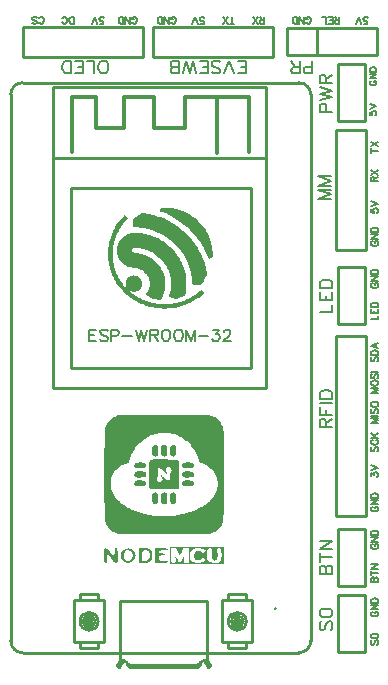
<source format=gto>
G04 Layer: TopSilkscreenLayer*
G04 EasyEDA v6.5.22, 2023-01-16 19:19:53*
G04 138582107d7e4c1db7c4fde91b408c2b,db865e68f4bc4fd99aa1dd1697a786d6,10*
G04 Gerber Generator version 0.2*
G04 Scale: 100 percent, Rotated: No, Reflected: No *
G04 Dimensions in millimeters *
G04 leading zeros omitted , absolute positions ,4 integer and 5 decimal *
%FSLAX45Y45*%
%MOMM*%

%ADD10C,0.1524*%
%ADD11C,0.1270*%
%ADD12C,0.2540*%
%ADD13C,0.2997*%

%LPD*%
G36*
X1892604Y5201666D02*
G01*
X1885137Y5184190D01*
X1882241Y5176164D01*
X1881835Y5174183D01*
X1883460Y5172608D01*
X1887931Y5170220D01*
X1894586Y5167325D01*
X1913839Y5159959D01*
X1934362Y5151272D01*
X1962454Y5138420D01*
X1984654Y5127345D01*
X2006396Y5115458D01*
X2017064Y5109260D01*
X2032812Y5099608D01*
X2048256Y5089499D01*
X2058416Y5082590D01*
X2073351Y5071821D01*
X2092706Y5056936D01*
X2102205Y5049215D01*
X2116124Y5037378D01*
X2129688Y5025136D01*
X2142896Y5012537D01*
X2159914Y4995265D01*
X2176272Y4977333D01*
X2188108Y4963566D01*
X2203246Y4944668D01*
X2217674Y4925263D01*
X2231339Y4905298D01*
X2244242Y4884877D01*
X2250440Y4874463D01*
X2259330Y4858664D01*
X2270455Y4837176D01*
X2278278Y4820767D01*
X2287930Y4798568D01*
X2296007Y4779213D01*
X2300122Y4771999D01*
X2304135Y4769561D01*
X2309520Y4770170D01*
X2316480Y4771898D01*
X2321763Y4773676D01*
X2325624Y4775860D01*
X2328265Y4778959D01*
X2329891Y4783226D01*
X2330805Y4789170D01*
X2331212Y4797044D01*
X2331212Y4813909D01*
X2330754Y4826965D01*
X2329840Y4839970D01*
X2328468Y4852974D01*
X2326690Y4865979D01*
X2324455Y4878882D01*
X2321763Y4891735D01*
X2318664Y4904486D01*
X2315108Y4917186D01*
X2311146Y4929784D01*
X2306777Y4942230D01*
X2302002Y4954524D01*
X2296769Y4966716D01*
X2291181Y4978704D01*
X2285187Y4990541D01*
X2278786Y5002174D01*
X2271979Y5013604D01*
X2264816Y5024831D01*
X2258161Y5034432D01*
X2251506Y5043119D01*
X2243836Y5052263D01*
X2235352Y5061813D01*
X2226259Y5071516D01*
X2216607Y5081270D01*
X2206701Y5090871D01*
X2196592Y5100167D01*
X2186533Y5108956D01*
X2176729Y5117134D01*
X2167229Y5124500D01*
X2158339Y5130901D01*
X2148890Y5136997D01*
X2138375Y5143296D01*
X2127707Y5149342D01*
X2116836Y5155031D01*
X2105863Y5160416D01*
X2094738Y5165496D01*
X2083460Y5170220D01*
X2072081Y5174691D01*
X2060549Y5178755D01*
X2048967Y5182514D01*
X2037232Y5185968D01*
X2025446Y5189067D01*
X2013559Y5191861D01*
X2001621Y5194300D01*
X1989582Y5196382D01*
X1977491Y5198110D01*
X1965401Y5199532D01*
X1953209Y5200599D01*
X1941017Y5201310D01*
X1928774Y5201666D01*
G37*
G36*
X1739849Y5156911D02*
G01*
X1735683Y5155793D01*
X1728774Y5152694D01*
X1720088Y5148224D01*
X1705610Y5139588D01*
X1694738Y5132425D01*
X1683918Y5124907D01*
X1674368Y5117896D01*
X1665071Y5110429D01*
X1660956Y5106822D01*
X1657959Y5103622D01*
X1655927Y5100574D01*
X1654606Y5097322D01*
X1653895Y5093563D01*
X1653590Y5088890D01*
X1653692Y5074767D01*
X1654911Y5056581D01*
X1658061Y5033010D01*
X1690979Y5032959D01*
X1702104Y5032552D01*
X1713382Y5031841D01*
X1724812Y5030724D01*
X1736394Y5029250D01*
X1748078Y5027422D01*
X1759813Y5025237D01*
X1771700Y5022748D01*
X1783638Y5019903D01*
X1795627Y5016703D01*
X1807616Y5013198D01*
X1819656Y5009337D01*
X1831644Y5005222D01*
X1843633Y5000752D01*
X1855622Y4995976D01*
X1879346Y4985562D01*
X1891131Y4979924D01*
X1902764Y4973980D01*
X1914296Y4967782D01*
X1925675Y4961280D01*
X1936902Y4954524D01*
X1946503Y4948428D01*
X1955241Y4942281D01*
X1964537Y4935220D01*
X1974342Y4927295D01*
X1984502Y4918710D01*
X1994865Y4909566D01*
X2015540Y4890211D01*
X2025599Y4880305D01*
X2044344Y4860594D01*
X2052726Y4851146D01*
X2060346Y4842103D01*
X2066950Y4833620D01*
X2073503Y4824374D01*
X2080615Y4813706D01*
X2087473Y4802784D01*
X2094026Y4791760D01*
X2100275Y4780534D01*
X2106218Y4769205D01*
X2111857Y4757724D01*
X2117191Y4746142D01*
X2122220Y4734458D01*
X2126894Y4722672D01*
X2131263Y4710836D01*
X2135276Y4698949D01*
X2138934Y4687011D01*
X2142286Y4675022D01*
X2145233Y4663084D01*
X2147874Y4651095D01*
X2150110Y4639157D01*
X2151989Y4627270D01*
X2153513Y4615434D01*
X2154682Y4603597D01*
X2156510Y4573016D01*
X2157526Y4562348D01*
X2158288Y4558436D01*
X2159304Y4555337D01*
X2160625Y4553000D01*
X2162403Y4551273D01*
X2164689Y4550054D01*
X2167534Y4549292D01*
X2171039Y4548835D01*
X2227224Y4547362D01*
X2246833Y4570679D01*
X2254605Y4580686D01*
X2262530Y4591507D01*
X2269642Y4601870D01*
X2285796Y4627321D01*
X2280361Y4659528D01*
X2278126Y4671466D01*
X2272842Y4695190D01*
X2266594Y4718659D01*
X2263089Y4730343D01*
X2255367Y4753457D01*
X2251151Y4764887D01*
X2242007Y4787493D01*
X2231948Y4809794D01*
X2223770Y4826254D01*
X2218080Y4837074D01*
X2205990Y4858410D01*
X2196338Y4874056D01*
X2182723Y4894529D01*
X2168296Y4914442D01*
X2160778Y4924145D01*
X2145080Y4943195D01*
X2128469Y4961686D01*
X2110994Y4979517D01*
X2097379Y4992420D01*
X2083307Y5004968D01*
X2063902Y5021072D01*
X2043785Y5036413D01*
X2033473Y5043830D01*
X2012442Y5058003D01*
X2001723Y5064810D01*
X1985314Y5074615D01*
X1963064Y5086908D01*
X1946046Y5095595D01*
X1934565Y5101132D01*
X1917141Y5108956D01*
X1893620Y5118608D01*
X1875739Y5125212D01*
X1851660Y5133136D01*
X1839518Y5136743D01*
X1827326Y5140096D01*
X1802841Y5146040D01*
X1784350Y5149799D01*
X1755393Y5154828D01*
X1745234Y5156352D01*
G37*
G36*
X1584960Y5136286D02*
G01*
X1582420Y5134457D01*
X1577289Y5129428D01*
X1570278Y5122062D01*
X1557832Y5108041D01*
X1549349Y5097932D01*
X1541221Y5087620D01*
X1533398Y5077206D01*
X1525930Y5066639D01*
X1515262Y5050536D01*
X1508607Y5039614D01*
X1502257Y5028539D01*
X1496263Y5017363D01*
X1490573Y5006035D01*
X1485188Y4994554D01*
X1480159Y4982972D01*
X1475486Y4971237D01*
X1471117Y4959350D01*
X1467053Y4947361D01*
X1463344Y4935220D01*
X1459992Y4922977D01*
X1456944Y4910632D01*
X1454251Y4898136D01*
X1451914Y4885486D01*
X1450238Y4874768D01*
X1448917Y4863490D01*
X1447850Y4851755D01*
X1447139Y4839665D01*
X1446530Y4821021D01*
X1446631Y4802022D01*
X1447038Y4789271D01*
X1448206Y4770272D01*
X1449324Y4757775D01*
X1450695Y4745532D01*
X1452372Y4733594D01*
X1454302Y4722063D01*
X1456486Y4710988D01*
X1458925Y4700473D01*
X1461922Y4689398D01*
X1465580Y4677359D01*
X1469491Y4665421D01*
X1473657Y4653686D01*
X1478178Y4642104D01*
X1482902Y4630724D01*
X1487932Y4619447D01*
X1493266Y4608372D01*
X1498854Y4597501D01*
X1504696Y4586782D01*
X1510842Y4576216D01*
X1517243Y4565853D01*
X1523898Y4555693D01*
X1530807Y4545736D01*
X1537970Y4535932D01*
X1545437Y4526330D01*
X1553108Y4516932D01*
X1561084Y4507738D01*
X1569262Y4498746D01*
X1577746Y4489958D01*
X1586433Y4481372D01*
X1595424Y4472990D01*
X1604619Y4464862D01*
X1614068Y4456887D01*
X1623771Y4449165D01*
X1633677Y4441647D01*
X1643786Y4434433D01*
X1654048Y4427474D01*
X1664411Y4420819D01*
X1674875Y4414469D01*
X1685493Y4408373D01*
X1696212Y4402531D01*
X1707032Y4397044D01*
X1728927Y4386834D01*
X1740052Y4382160D01*
X1756867Y4375708D01*
X1768195Y4371746D01*
X1779574Y4368088D01*
X1796745Y4363110D01*
X1808276Y4360164D01*
X1819859Y4357471D01*
X1831492Y4355084D01*
X1843176Y4353001D01*
X1854911Y4351172D01*
X1878380Y4348378D01*
X1902002Y4346702D01*
X1913839Y4346295D01*
X1937461Y4346346D01*
X1949297Y4346803D01*
X1961083Y4347514D01*
X1978761Y4349140D01*
X2002282Y4352290D01*
X2013966Y4354322D01*
X2037232Y4359148D01*
X2060295Y4365142D01*
X2071725Y4368546D01*
X2083104Y4372254D01*
X2094382Y4376267D01*
X2105609Y4380534D01*
X2116734Y4385056D01*
X2127808Y4389882D01*
X2138781Y4395012D01*
X2149652Y4400397D01*
X2165705Y4408982D01*
X2176322Y4415078D01*
X2191969Y4424781D01*
X2202281Y4431588D01*
X2212441Y4438650D01*
X2222449Y4446016D01*
X2234082Y4454956D01*
X2244648Y4463389D01*
X2252929Y4470349D01*
X2257856Y4474921D01*
X2261616Y4479391D01*
X2262327Y4482896D01*
X2259533Y4487265D01*
X2252726Y4494276D01*
X2247798Y4498949D01*
X2243378Y4502759D01*
X2239924Y4505350D01*
X2237841Y4506264D01*
X2235250Y4504944D01*
X2230221Y4501337D01*
X2223516Y4496003D01*
X2211374Y4485690D01*
X2202230Y4478223D01*
X2192680Y4470958D01*
X2182774Y4463897D01*
X2172512Y4457039D01*
X2161946Y4450435D01*
X2151126Y4444085D01*
X2140000Y4437989D01*
X2122881Y4429353D01*
X2111197Y4423968D01*
X2099360Y4418838D01*
X2087321Y4414062D01*
X2075180Y4409592D01*
X2062937Y4405426D01*
X2050592Y4401616D01*
X2038197Y4398162D01*
X2025751Y4395063D01*
X2013305Y4392371D01*
X2002840Y4390440D01*
X1991614Y4388815D01*
X1979726Y4387443D01*
X1967433Y4386326D01*
X1954784Y4385513D01*
X1941880Y4384954D01*
X1928926Y4384649D01*
X1916023Y4384649D01*
X1903272Y4384903D01*
X1890826Y4385462D01*
X1878787Y4386275D01*
X1867357Y4387342D01*
X1856638Y4388713D01*
X1846732Y4390390D01*
X1833676Y4393082D01*
X1820621Y4396181D01*
X1807616Y4399635D01*
X1794713Y4403445D01*
X1781860Y4407611D01*
X1769160Y4412081D01*
X1756613Y4416907D01*
X1744268Y4422038D01*
X1732127Y4427423D01*
X1720240Y4433112D01*
X1708607Y4439056D01*
X1697278Y4445304D01*
X1686306Y4451705D01*
X1675688Y4458411D01*
X1665478Y4465269D01*
X1655673Y4472330D01*
X1646326Y4479594D01*
X1619656Y4502607D01*
X1635455Y4495444D01*
X1640738Y4493310D01*
X1646021Y4491583D01*
X1651304Y4490313D01*
X1656537Y4489500D01*
X1661718Y4489094D01*
X1666849Y4489043D01*
X1671878Y4489450D01*
X1676806Y4490161D01*
X1681683Y4491278D01*
X1686407Y4492701D01*
X1690979Y4494428D01*
X1695399Y4496460D01*
X1699717Y4498797D01*
X1707743Y4504283D01*
X1711452Y4507382D01*
X1714957Y4510735D01*
X1718208Y4514291D01*
X1721256Y4518050D01*
X1724050Y4521962D01*
X1726590Y4526026D01*
X1730756Y4534662D01*
X1732381Y4539132D01*
X1733651Y4543704D01*
X1734616Y4548378D01*
X1735277Y4553153D01*
X1735531Y4557928D01*
X1735378Y4562754D01*
X1734870Y4567631D01*
X1733956Y4572508D01*
X1732635Y4577334D01*
X1730857Y4582210D01*
X1728673Y4586986D01*
X1725980Y4591710D01*
X1722882Y4596384D01*
X1719072Y4601210D01*
X1714957Y4605578D01*
X1710639Y4609541D01*
X1706067Y4613097D01*
X1701241Y4616196D01*
X1696313Y4618939D01*
X1691182Y4621225D01*
X1685950Y4623104D01*
X1680565Y4624527D01*
X1675180Y4625594D01*
X1669694Y4626203D01*
X1664207Y4626406D01*
X1658670Y4626152D01*
X1653184Y4625543D01*
X1647748Y4624476D01*
X1642414Y4623003D01*
X1637182Y4621123D01*
X1632051Y4618786D01*
X1627073Y4616094D01*
X1622298Y4612944D01*
X1617726Y4609338D01*
X1613357Y4605375D01*
X1609242Y4601006D01*
X1605432Y4596180D01*
X1602384Y4591812D01*
X1599996Y4587900D01*
X1598117Y4584141D01*
X1596745Y4580382D01*
X1595780Y4576318D01*
X1595170Y4571746D01*
X1594764Y4560265D01*
X1595120Y4550410D01*
X1596339Y4541418D01*
X1598269Y4533595D01*
X1601012Y4527143D01*
X1607312Y4515256D01*
X1595475Y4526127D01*
X1589176Y4532731D01*
X1582521Y4540554D01*
X1575612Y4549343D01*
X1568500Y4559046D01*
X1561338Y4569460D01*
X1554175Y4580483D01*
X1547114Y4591913D01*
X1540205Y4603699D01*
X1533601Y4615586D01*
X1527352Y4627524D01*
X1521510Y4639310D01*
X1516278Y4650841D01*
X1511655Y4661916D01*
X1507490Y4673041D01*
X1503629Y4684928D01*
X1500073Y4697272D01*
X1496872Y4710023D01*
X1494028Y4723130D01*
X1491589Y4736490D01*
X1489456Y4750054D01*
X1487779Y4763770D01*
X1486408Y4777536D01*
X1485493Y4791354D01*
X1484934Y4805070D01*
X1484782Y4818634D01*
X1485036Y4832045D01*
X1485696Y4845151D01*
X1486814Y4857953D01*
X1488338Y4870348D01*
X1490319Y4882286D01*
X1492707Y4894275D01*
X1495501Y4906264D01*
X1498701Y4918252D01*
X1502359Y4930241D01*
X1506372Y4942230D01*
X1510741Y4954117D01*
X1515465Y4965954D01*
X1520545Y4977688D01*
X1525981Y4989271D01*
X1534668Y5006390D01*
X1540916Y5017566D01*
X1547418Y5028488D01*
X1554175Y5039207D01*
X1561236Y5049672D01*
X1568500Y5059832D01*
X1576070Y5069636D01*
X1583842Y5079187D01*
X1591868Y5088331D01*
X1600047Y5097068D01*
X1613814Y5111242D01*
X1595170Y5128615D01*
X1590446Y5132628D01*
X1586890Y5135270D01*
G37*
G36*
X1676704Y4987899D02*
G01*
X1663090Y4987391D01*
X1649780Y4986375D01*
X1638300Y4984902D01*
X1630172Y4983175D01*
X1623771Y4981092D01*
X1611477Y4976266D01*
X1599793Y4970627D01*
X1588871Y4964176D01*
X1583639Y4960670D01*
X1573733Y4953101D01*
X1564589Y4944821D01*
X1556258Y4935829D01*
X1548688Y4926177D01*
X1545234Y4921148D01*
X1541983Y4915916D01*
X1536141Y4905095D01*
X1533550Y4899456D01*
X1529080Y4887772D01*
X1527149Y4881778D01*
X1525473Y4875631D01*
X1524050Y4869332D01*
X1522882Y4862982D01*
X1521307Y4850231D01*
X1520647Y4838090D01*
X1520647Y4832146D01*
X1521358Y4820513D01*
X1522984Y4809286D01*
X1524101Y4803800D01*
X1527048Y4793081D01*
X1530908Y4782718D01*
X1535684Y4772710D01*
X1541373Y4763058D01*
X1547977Y4753711D01*
X1555496Y4744720D01*
X1563928Y4736033D01*
X1573326Y4727600D01*
X1583029Y4719980D01*
X1592834Y4713376D01*
X1602892Y4707737D01*
X1608074Y4705248D01*
X1618792Y4700930D01*
X1630121Y4697374D01*
X1642262Y4694529D01*
X1655318Y4692345D01*
X1694535Y4686757D01*
X1699717Y4685842D01*
X1704949Y4684522D01*
X1710283Y4682845D01*
X1715617Y4680813D01*
X1726285Y4675784D01*
X1736801Y4669536D01*
X1747012Y4662271D01*
X1751939Y4658309D01*
X1761388Y4649724D01*
X1770075Y4640427D01*
X1774037Y4635601D01*
X1777796Y4630572D01*
X1781251Y4625492D01*
X1784451Y4620310D01*
X1787296Y4615027D01*
X1789633Y4610100D01*
X1793595Y4599787D01*
X1796542Y4589018D01*
X1797710Y4583480D01*
X1799285Y4572152D01*
X1799894Y4560722D01*
X1799589Y4549190D01*
X1798320Y4537710D01*
X1796186Y4526432D01*
X1794764Y4520895D01*
X1791258Y4510176D01*
X1786839Y4499914D01*
X1784299Y4494987D01*
X1778558Y4485690D01*
X1767839Y4470247D01*
X1783994Y4454398D01*
X1788718Y4450181D01*
X1793392Y4446422D01*
X1798116Y4442968D01*
X1802892Y4439920D01*
X1807819Y4437126D01*
X1812950Y4434687D01*
X1818335Y4432452D01*
X1823974Y4430471D01*
X1836420Y4427067D01*
X1854250Y4423460D01*
X1871014Y4420666D01*
X1877314Y4420108D01*
X1882444Y4420260D01*
X1886712Y4421073D01*
X1890268Y4422698D01*
X1893366Y4425188D01*
X1896160Y4428642D01*
X1898954Y4433062D01*
X1905152Y4445152D01*
X1910334Y4456379D01*
X1914956Y4467656D01*
X1918970Y4479086D01*
X1922475Y4490567D01*
X1925421Y4502150D01*
X1927809Y4513732D01*
X1929638Y4525416D01*
X1930907Y4537100D01*
X1931619Y4548784D01*
X1931822Y4560468D01*
X1931416Y4572101D01*
X1930501Y4583734D01*
X1929028Y4595317D01*
X1926996Y4606798D01*
X1924456Y4618278D01*
X1921306Y4629607D01*
X1917700Y4640834D01*
X1913483Y4651959D01*
X1908759Y4662932D01*
X1903526Y4673752D01*
X1897735Y4684369D01*
X1891385Y4694885D01*
X1884527Y4705146D01*
X1877110Y4715205D01*
X1869948Y4724044D01*
X1862226Y4732578D01*
X1853946Y4740808D01*
X1845157Y4748733D01*
X1835962Y4756353D01*
X1826310Y4763566D01*
X1816303Y4770424D01*
X1805939Y4776876D01*
X1795272Y4782870D01*
X1784350Y4788458D01*
X1773174Y4793589D01*
X1761794Y4798263D01*
X1750314Y4802378D01*
X1738630Y4806035D01*
X1726946Y4809134D01*
X1715160Y4811674D01*
X1703374Y4813604D01*
X1682953Y4816043D01*
X1675231Y4817567D01*
X1668525Y4819548D01*
X1662836Y4821936D01*
X1658112Y4824730D01*
X1654505Y4827930D01*
X1651914Y4831486D01*
X1650441Y4835347D01*
X1650085Y4839512D01*
X1650847Y4843983D01*
X1652778Y4848707D01*
X1655876Y4853686D01*
X1657857Y4856276D01*
X1659839Y4858207D01*
X1662277Y4859578D01*
X1665478Y4860391D01*
X1669846Y4860798D01*
X1683816Y4860391D01*
X1700123Y4859375D01*
X1711858Y4858156D01*
X1723542Y4856480D01*
X1735074Y4854346D01*
X1746554Y4851755D01*
X1757883Y4848707D01*
X1769059Y4845202D01*
X1780133Y4841290D01*
X1791055Y4836922D01*
X1801825Y4832096D01*
X1812442Y4826812D01*
X1822907Y4821123D01*
X1833168Y4815027D01*
X1843278Y4808474D01*
X1853184Y4801514D01*
X1862886Y4794097D01*
X1872386Y4786325D01*
X1881682Y4778095D01*
X1890877Y4769358D01*
X1899767Y4760214D01*
X1908149Y4750968D01*
X1916023Y4741519D01*
X1923389Y4731816D01*
X1930298Y4721809D01*
X1936750Y4711547D01*
X1942846Y4700879D01*
X1948535Y4689856D01*
X1953869Y4678375D01*
X1958848Y4666386D01*
X1963572Y4653889D01*
X1967788Y4641392D01*
X1970989Y4630470D01*
X1973325Y4619904D01*
X1974951Y4608474D01*
X1976120Y4594910D01*
X1976932Y4577994D01*
X1977542Y4558893D01*
X1977796Y4543247D01*
X1977542Y4529836D01*
X1976678Y4517796D01*
X1975104Y4506163D01*
X1972614Y4494123D01*
X1969211Y4480712D01*
X1961946Y4456023D01*
X1961489Y4453839D01*
X1961743Y4451908D01*
X1962861Y4450080D01*
X1965096Y4448251D01*
X1968652Y4446270D01*
X1973783Y4443984D01*
X1989480Y4438040D01*
X2019147Y4427270D01*
X2049322Y4436465D01*
X2068017Y4443018D01*
X2086000Y4449826D01*
X2097684Y4454804D01*
X2099411Y4455922D01*
X2104745Y4485640D01*
X2106320Y4495698D01*
X2107641Y4506925D01*
X2108657Y4518964D01*
X2109774Y4544872D01*
X2109724Y4571746D01*
X2109266Y4585004D01*
X2108504Y4597857D01*
X2107488Y4610100D01*
X2106117Y4621530D01*
X2104491Y4631944D01*
X2102104Y4644186D01*
X2099360Y4656378D01*
X2096211Y4668418D01*
X2092706Y4680356D01*
X2088845Y4692192D01*
X2084679Y4703927D01*
X2080107Y4715459D01*
X2075230Y4726889D01*
X2069998Y4738166D01*
X2064461Y4749292D01*
X2058568Y4760264D01*
X2052421Y4771034D01*
X2045919Y4781651D01*
X2039112Y4792116D01*
X2032000Y4802327D01*
X2024583Y4812385D01*
X2016912Y4822190D01*
X2008936Y4831791D01*
X2000707Y4841189D01*
X1992172Y4850384D01*
X1983384Y4859324D01*
X1974291Y4868011D01*
X1964994Y4876444D01*
X1955444Y4884623D01*
X1945639Y4892598D01*
X1935581Y4900218D01*
X1925269Y4907584D01*
X1914753Y4914696D01*
X1904034Y4921504D01*
X1893062Y4928006D01*
X1881886Y4934204D01*
X1870506Y4940096D01*
X1858670Y4945786D01*
X1846681Y4951120D01*
X1834591Y4956149D01*
X1822399Y4960823D01*
X1810156Y4965141D01*
X1797862Y4969103D01*
X1785518Y4972710D01*
X1773123Y4975961D01*
X1760778Y4978806D01*
X1748485Y4981295D01*
X1736242Y4983378D01*
X1724101Y4985105D01*
X1712061Y4986375D01*
X1700123Y4987290D01*
X1688338Y4987798D01*
G37*
G36*
X1910791Y3447643D02*
G01*
X1820164Y3447440D01*
X1679498Y3446373D01*
X1624380Y3445611D01*
X1579422Y3444646D01*
X1546860Y3443478D01*
X1535938Y3442868D01*
X1528927Y3442157D01*
X1527048Y3441801D01*
X1516329Y3438448D01*
X1511096Y3436467D01*
X1500886Y3431844D01*
X1491030Y3426460D01*
X1481582Y3420313D01*
X1472590Y3413506D01*
X1464106Y3406038D01*
X1456131Y3398012D01*
X1448816Y3389426D01*
X1442110Y3380282D01*
X1438960Y3375558D01*
X1433322Y3365754D01*
X1430731Y3360724D01*
X1426210Y3350361D01*
X1424228Y3345078D01*
X1420977Y3334258D01*
X1420215Y3329228D01*
X1418894Y3307283D01*
X1417777Y3271316D01*
X1416862Y3223615D01*
X1415592Y3101898D01*
X1415237Y3032353D01*
X1415213Y2864307D01*
X1467256Y2864307D01*
X1467408Y2873146D01*
X1467967Y2882036D01*
X1469034Y2890926D01*
X1470558Y2899867D01*
X1472590Y2908808D01*
X1475079Y2917748D01*
X1478076Y2926689D01*
X1481582Y2935579D01*
X1485595Y2944520D01*
X1488236Y2949702D01*
X1491234Y2954883D01*
X1498092Y2965145D01*
X1506067Y2975152D01*
X1510385Y2980080D01*
X1519732Y2989529D01*
X1529791Y2998571D01*
X1540408Y3006953D01*
X1551533Y3014573D01*
X1557172Y3018129D01*
X1568704Y3024479D01*
X1580286Y3029813D01*
X1586026Y3032099D01*
X1591818Y3034080D01*
X1612646Y3039364D01*
X1618488Y3041751D01*
X1621739Y3044952D01*
X1623364Y3049473D01*
X1626107Y3061157D01*
X1629257Y3072638D01*
X1632813Y3083864D01*
X1636725Y3094939D01*
X1643278Y3111042D01*
X1648155Y3121507D01*
X1653286Y3131718D01*
X1658823Y3141675D01*
X1664665Y3151378D01*
X1670812Y3160826D01*
X1677314Y3170021D01*
X1684070Y3178911D01*
X1691132Y3187547D01*
X1698498Y3195878D01*
X1706118Y3203905D01*
X1713992Y3211677D01*
X1722120Y3219145D01*
X1730502Y3226257D01*
X1739087Y3233064D01*
X1747926Y3239566D01*
X1756968Y3245764D01*
X1766214Y3251606D01*
X1775663Y3257092D01*
X1785315Y3262274D01*
X1795119Y3267049D01*
X1805127Y3271520D01*
X1815236Y3275634D01*
X1825548Y3279343D01*
X1835962Y3282696D01*
X1846529Y3285642D01*
X1857197Y3288233D01*
X1867966Y3290417D01*
X1878888Y3292195D01*
X1889861Y3293567D01*
X1900936Y3294532D01*
X1912061Y3295091D01*
X1923237Y3295192D01*
X1934514Y3294887D01*
X1945792Y3294176D01*
X1957120Y3293008D01*
X1968500Y3291382D01*
X1979879Y3289300D01*
X1991258Y3286760D01*
X2002891Y3283661D01*
X2014677Y3280054D01*
X2026259Y3275990D01*
X2037588Y3271469D01*
X2048662Y3266541D01*
X2059533Y3261156D01*
X2070100Y3255365D01*
X2080412Y3249218D01*
X2090470Y3242614D01*
X2100275Y3235655D01*
X2109724Y3228340D01*
X2118918Y3220618D01*
X2127758Y3212592D01*
X2136343Y3204159D01*
X2144522Y3195421D01*
X2152446Y3186379D01*
X2159965Y3176981D01*
X2167128Y3167329D01*
X2173986Y3157321D01*
X2180386Y3147060D01*
X2186482Y3136493D01*
X2192172Y3125673D01*
X2197404Y3114598D01*
X2202281Y3103270D01*
X2206752Y3091688D01*
X2210765Y3079902D01*
X2214321Y3067913D01*
X2218893Y3049473D01*
X2220518Y3044952D01*
X2223770Y3041802D01*
X2229612Y3039364D01*
X2244496Y3035808D01*
X2255113Y3032760D01*
X2265476Y3028899D01*
X2275535Y3024327D01*
X2285288Y3019044D01*
X2294686Y3013151D01*
X2303729Y3006598D01*
X2312365Y2999486D01*
X2320544Y2991866D01*
X2328316Y2983687D01*
X2335580Y2975102D01*
X2342337Y2966059D01*
X2348534Y2956661D01*
X2354173Y2946908D01*
X2359202Y2936849D01*
X2363571Y2926537D01*
X2367330Y2915970D01*
X2370378Y2905201D01*
X2372715Y2894330D01*
X2374341Y2883306D01*
X2375154Y2872181D01*
X2375204Y2861056D01*
X2374493Y2851048D01*
X2373426Y2842158D01*
X2371902Y2833370D01*
X2369921Y2824683D01*
X2367534Y2816098D01*
X2364790Y2807665D01*
X2361590Y2799283D01*
X2357983Y2791002D01*
X2354021Y2782874D01*
X2349652Y2774848D01*
X2344877Y2766974D01*
X2339797Y2759151D01*
X2334310Y2751531D01*
X2325471Y2740304D01*
X2319121Y2732989D01*
X2312416Y2725775D01*
X2305405Y2718765D01*
X2298090Y2711856D01*
X2290470Y2705150D01*
X2282545Y2698546D01*
X2274265Y2692095D01*
X2265781Y2685846D01*
X2256942Y2679750D01*
X2247849Y2673807D01*
X2238502Y2668016D01*
X2228900Y2662428D01*
X2218994Y2656992D01*
X2198522Y2646680D01*
X2187956Y2641803D01*
X2166112Y2632608D01*
X2143455Y2624226D01*
X2131822Y2620314D01*
X2107996Y2613152D01*
X2083511Y2606802D01*
X2064715Y2602636D01*
X2039162Y2597861D01*
X2026208Y2595829D01*
X2006498Y2593187D01*
X1979879Y2590546D01*
X1952853Y2588869D01*
X1939188Y2588412D01*
X1925472Y2588209D01*
X1897837Y2588564D01*
X1883918Y2589123D01*
X1855978Y2591104D01*
X1834946Y2593289D01*
X1813915Y2596134D01*
X1799843Y2598369D01*
X1785366Y2601010D01*
X1764080Y2605430D01*
X1750263Y2608732D01*
X1736699Y2612237D01*
X1723339Y2616047D01*
X1710334Y2620060D01*
X1697532Y2624328D01*
X1685086Y2628849D01*
X1672894Y2633573D01*
X1660956Y2638501D01*
X1649374Y2643682D01*
X1638096Y2649016D01*
X1627073Y2654604D01*
X1616405Y2660345D01*
X1606092Y2666339D01*
X1596034Y2672486D01*
X1586382Y2678785D01*
X1577035Y2685288D01*
X1567992Y2691942D01*
X1559356Y2698750D01*
X1551025Y2705709D01*
X1543100Y2712872D01*
X1535480Y2720136D01*
X1528267Y2727553D01*
X1521460Y2735072D01*
X1514957Y2742742D01*
X1508912Y2750515D01*
X1503222Y2758389D01*
X1497939Y2766415D01*
X1493012Y2774543D01*
X1488541Y2782722D01*
X1484477Y2791002D01*
X1480820Y2799384D01*
X1477568Y2807868D01*
X1474774Y2816352D01*
X1472438Y2824988D01*
X1470507Y2833624D01*
X1468983Y2842310D01*
X1467967Y2851099D01*
X1467256Y2864307D01*
X1415213Y2864307D01*
X1415999Y2732633D01*
X1416659Y2673400D01*
X1417523Y2623058D01*
X1418590Y2583992D01*
X1419860Y2558338D01*
X1420571Y2551226D01*
X1422501Y2543708D01*
X1426260Y2532888D01*
X1430832Y2522474D01*
X1436166Y2512415D01*
X1442262Y2502814D01*
X1449019Y2493670D01*
X1456436Y2485085D01*
X1464462Y2477058D01*
X1473047Y2469642D01*
X1482191Y2462834D01*
X1491742Y2456738D01*
X1501800Y2451404D01*
X1512214Y2446832D01*
X1522984Y2443073D01*
X1529384Y2441346D01*
X1535480Y2440635D01*
X1545539Y2439924D01*
X1576527Y2438755D01*
X1620113Y2437739D01*
X1674063Y2436926D01*
X1736089Y2436266D01*
X1804009Y2435860D01*
X1884629Y2435656D01*
X2011730Y2435758D01*
X2153361Y2436723D01*
X2209495Y2437485D01*
X2255875Y2438450D01*
X2290267Y2439619D01*
X2302205Y2440279D01*
X2312873Y2441346D01*
X2319274Y2443073D01*
X2330043Y2446832D01*
X2340457Y2451404D01*
X2350465Y2456738D01*
X2360066Y2462834D01*
X2369159Y2469642D01*
X2377744Y2477058D01*
X2381859Y2480970D01*
X2389581Y2489301D01*
X2396693Y2498191D01*
X2403094Y2507538D01*
X2408834Y2517394D01*
X2413812Y2527655D01*
X2417978Y2538272D01*
X2419756Y2543708D01*
X2421483Y2550109D01*
X2422194Y2556205D01*
X2423515Y2580030D01*
X2424582Y2617571D01*
X2425496Y2666593D01*
X2426208Y2724861D01*
X2427071Y2869133D01*
X2427071Y2996488D01*
X2426817Y3076397D01*
X2425649Y3203244D01*
X2424785Y3254806D01*
X2423769Y3295446D01*
X2422499Y3322929D01*
X2421432Y3333597D01*
X2419705Y3339947D01*
X2415946Y3350717D01*
X2411374Y3361182D01*
X2406040Y3371189D01*
X2399944Y3380790D01*
X2393188Y3389884D01*
X2385720Y3398469D01*
X2381808Y3402584D01*
X2373477Y3410305D01*
X2364587Y3417417D01*
X2355240Y3423818D01*
X2345385Y3429558D01*
X2335123Y3434537D01*
X2324506Y3438702D01*
X2319070Y3440480D01*
X2312720Y3442208D01*
X2306675Y3442919D01*
X2282901Y3444138D01*
X2245309Y3445205D01*
X2196134Y3446068D01*
X2137714Y3446779D01*
X1992934Y3447542D01*
G37*
G36*
X1845310Y3194456D02*
G01*
X1841296Y3193796D01*
X1836724Y3192068D01*
X1832203Y3189427D01*
X1828342Y3186226D01*
X1825752Y3183483D01*
X1823770Y3180791D01*
X1822348Y3177794D01*
X1821281Y3174034D01*
X1820621Y3169158D01*
X1820265Y3162808D01*
X1820062Y3143910D01*
X1820164Y3134969D01*
X1820621Y3127044D01*
X1821332Y3120085D01*
X1822399Y3114040D01*
X1823821Y3108807D01*
X1825599Y3104489D01*
X1827784Y3100882D01*
X1830374Y3098088D01*
X1833422Y3095955D01*
X1836877Y3094482D01*
X1840839Y3093669D01*
X1845310Y3093364D01*
X1849780Y3093669D01*
X1853742Y3094482D01*
X1857248Y3095955D01*
X1860296Y3098088D01*
X1862886Y3100882D01*
X1865020Y3104489D01*
X1866849Y3108807D01*
X1868220Y3114040D01*
X1869287Y3120085D01*
X1870049Y3127044D01*
X1870456Y3134969D01*
X1870608Y3143910D01*
X1870456Y3152851D01*
X1870049Y3160776D01*
X1869287Y3167786D01*
X1868220Y3173831D01*
X1866849Y3179013D01*
X1865020Y3183382D01*
X1862886Y3186938D01*
X1860296Y3189782D01*
X1857248Y3191865D01*
X1853742Y3193338D01*
X1849780Y3194202D01*
G37*
G36*
X1921103Y3194456D02*
G01*
X1916836Y3193948D01*
X1912162Y3192576D01*
X1907641Y3190544D01*
X1903831Y3188055D01*
X1901342Y3185871D01*
X1899412Y3183585D01*
X1897989Y3180791D01*
X1897024Y3177032D01*
X1896414Y3171901D01*
X1896059Y3164941D01*
X1895856Y3143910D01*
X1896262Y3125673D01*
X1896872Y3118408D01*
X1897786Y3112211D01*
X1899005Y3107131D01*
X1900631Y3102965D01*
X1902714Y3099663D01*
X1905254Y3097174D01*
X1908352Y3095396D01*
X1912010Y3094228D01*
X1916226Y3093567D01*
X1921103Y3093364D01*
X1925980Y3093567D01*
X1930247Y3094228D01*
X1933905Y3095396D01*
X1936953Y3097174D01*
X1939493Y3099663D01*
X1941575Y3102965D01*
X1943252Y3107131D01*
X1944471Y3112211D01*
X1945386Y3118408D01*
X1945944Y3125673D01*
X1946300Y3134156D01*
X1946300Y3153714D01*
X1945944Y3162198D01*
X1945386Y3169462D01*
X1944471Y3175609D01*
X1943252Y3180740D01*
X1941575Y3184906D01*
X1939493Y3188157D01*
X1936953Y3190646D01*
X1933905Y3192475D01*
X1930247Y3193643D01*
X1925980Y3194253D01*
G37*
G36*
X1996948Y3194456D02*
G01*
X1992884Y3193796D01*
X1988362Y3192068D01*
X1983841Y3189427D01*
X1979930Y3186226D01*
X1977339Y3183483D01*
X1975408Y3180791D01*
X1973935Y3177794D01*
X1972919Y3174034D01*
X1972259Y3169158D01*
X1971852Y3162808D01*
X1971649Y3143910D01*
X1971802Y3134969D01*
X1972208Y3127044D01*
X1972970Y3120085D01*
X1974037Y3114040D01*
X1975408Y3108807D01*
X1977186Y3104489D01*
X1979371Y3100882D01*
X1981962Y3098088D01*
X1985010Y3095955D01*
X1988515Y3094482D01*
X1992477Y3093669D01*
X1996948Y3093364D01*
X2001418Y3093669D01*
X2005380Y3094482D01*
X2008835Y3095955D01*
X2011883Y3098088D01*
X2014474Y3100882D01*
X2016658Y3104489D01*
X2018436Y3108807D01*
X2019858Y3114040D01*
X2020874Y3120085D01*
X2021636Y3127044D01*
X2022043Y3134969D01*
X2022195Y3143910D01*
X2022043Y3152851D01*
X2021636Y3160776D01*
X2020874Y3167786D01*
X2019858Y3173831D01*
X2018436Y3179013D01*
X2016658Y3183382D01*
X2014474Y3186938D01*
X2011883Y3189782D01*
X2008835Y3191865D01*
X2005380Y3193338D01*
X2001418Y3194202D01*
G37*
G36*
X1873453Y3069640D02*
G01*
X1842414Y3069183D01*
X1829663Y3068777D01*
X1819300Y3068116D01*
X1811731Y3067354D01*
X1807362Y3066389D01*
X1803704Y3064459D01*
X1802079Y3063240D01*
X1800656Y3061665D01*
X1799386Y3059785D01*
X1798269Y3057448D01*
X1797304Y3054553D01*
X1795729Y3046984D01*
X1794662Y3036417D01*
X1793951Y3022295D01*
X1793595Y3004007D01*
X1793697Y2952648D01*
X1794111Y2904540D01*
X1858264Y2904540D01*
X1858619Y2908808D01*
X1859991Y2913126D01*
X1862378Y2917444D01*
X1867001Y2923590D01*
X1868017Y2926029D01*
X1868830Y2929280D01*
X1869490Y2933395D01*
X1870354Y2944469D01*
X1870608Y2959709D01*
X1870608Y2992323D01*
X1887270Y2992170D01*
X1890826Y2991561D01*
X1894230Y2990342D01*
X1897837Y2988360D01*
X1901850Y2985363D01*
X1906625Y2981198D01*
X1928723Y2959557D01*
X1936750Y2952038D01*
X1942592Y2946958D01*
X1945436Y2945130D01*
X1947773Y2946654D01*
X1947773Y2950768D01*
X1945538Y2956458D01*
X1938324Y2967482D01*
X1936292Y2972257D01*
X1935175Y2977032D01*
X1935022Y2981756D01*
X1935683Y2986278D01*
X1937207Y2990596D01*
X1939493Y2994507D01*
X1942490Y2998012D01*
X1946198Y3000959D01*
X1950567Y3003296D01*
X1955495Y3004820D01*
X1960981Y3005582D01*
X1963521Y3004820D01*
X1967128Y3002737D01*
X1971344Y2999536D01*
X1975612Y2995574D01*
X1979218Y2991459D01*
X1981809Y2987294D01*
X1983384Y2983128D01*
X1983993Y2978861D01*
X1983587Y2974594D01*
X1982216Y2970326D01*
X1979828Y2966008D01*
X1975256Y2959963D01*
X1974240Y2957474D01*
X1973427Y2954223D01*
X1972767Y2950108D01*
X1971903Y2939084D01*
X1971649Y2923794D01*
X1971649Y2891231D01*
X1954987Y2891383D01*
X1951431Y2891942D01*
X1948027Y2893161D01*
X1944420Y2895142D01*
X1940356Y2898140D01*
X1929841Y2907792D01*
X1913534Y2923946D01*
X1905507Y2931464D01*
X1899666Y2936544D01*
X1896770Y2938373D01*
X1894433Y2936849D01*
X1894484Y2932734D01*
X1896719Y2927045D01*
X1904136Y2915716D01*
X1906219Y2910840D01*
X1907286Y2906014D01*
X1907387Y2901340D01*
X1906676Y2896870D01*
X1905152Y2892755D01*
X1902968Y2889046D01*
X1900174Y2885795D01*
X1896872Y2883154D01*
X1893163Y2881122D01*
X1889099Y2879852D01*
X1884832Y2879394D01*
X1880362Y2879852D01*
X1875840Y2881325D01*
X1871370Y2883865D01*
X1866950Y2887573D01*
X1863242Y2891790D01*
X1860550Y2896057D01*
X1858873Y2900273D01*
X1858264Y2904540D01*
X1794111Y2904540D01*
X1794662Y2868726D01*
X1795576Y2843682D01*
X1796237Y2835605D01*
X1797050Y2829864D01*
X1798066Y2825902D01*
X1799285Y2823260D01*
X1800809Y2821381D01*
X1801875Y2820720D01*
X1803704Y2820060D01*
X1809546Y2818892D01*
X1817878Y2817876D01*
X1828495Y2816961D01*
X1855114Y2815590D01*
X1886864Y2814777D01*
X1929790Y2814523D01*
X1963674Y2814929D01*
X1994357Y2815894D01*
X2019300Y2817418D01*
X2028850Y2818384D01*
X2035962Y2819501D01*
X2040331Y2820720D01*
X2041448Y2821432D01*
X2042109Y2822498D01*
X2042769Y2824327D01*
X2043938Y2830169D01*
X2044954Y2838500D01*
X2045868Y2849118D01*
X2047239Y2875737D01*
X2048103Y2907436D01*
X2048357Y2950413D01*
X2047951Y2984296D01*
X2046986Y3015030D01*
X2045462Y3039973D01*
X2044496Y3049473D01*
X2043379Y3056636D01*
X2042109Y3061004D01*
X2041448Y3062122D01*
X2040432Y3062681D01*
X2035708Y3063748D01*
X2027834Y3064764D01*
X2004212Y3066542D01*
X1972818Y3067964D01*
X1936953Y3069031D01*
X1899970Y3069539D01*
G37*
G36*
X1718970Y3043986D02*
G01*
X1712264Y3043834D01*
X1705660Y3043428D01*
X1699361Y3042666D01*
X1693468Y3041650D01*
X1688084Y3040329D01*
X1683461Y3038703D01*
X1679600Y3036773D01*
X1676704Y3034588D01*
X1673504Y3030677D01*
X1670862Y3026156D01*
X1669135Y3021634D01*
X1668475Y3017570D01*
X1668729Y3013100D01*
X1669592Y3009138D01*
X1671066Y3005632D01*
X1673148Y3002635D01*
X1675993Y3000044D01*
X1679549Y2997860D01*
X1683918Y2996082D01*
X1689100Y2994660D01*
X1695145Y2993593D01*
X1702104Y2992882D01*
X1710029Y2992424D01*
X1737817Y2992526D01*
X1744218Y2992882D01*
X1749094Y2993542D01*
X1752854Y2994558D01*
X1755851Y2996031D01*
X1758543Y2998012D01*
X1761236Y3000552D01*
X1764690Y3004616D01*
X1767179Y3008833D01*
X1768652Y3013202D01*
X1769160Y3017570D01*
X1768652Y3021939D01*
X1767179Y3026308D01*
X1764690Y3030524D01*
X1761236Y3034588D01*
X1758340Y3036773D01*
X1754530Y3038703D01*
X1749856Y3040329D01*
X1744522Y3041650D01*
X1738579Y3042666D01*
X1732280Y3043428D01*
X1725726Y3043834D01*
G37*
G36*
X2123287Y3043986D02*
G01*
X2116531Y3043834D01*
X2109978Y3043428D01*
X2103628Y3042666D01*
X2097735Y3041650D01*
X2092401Y3040329D01*
X2087727Y3038703D01*
X2083866Y3036773D01*
X2081022Y3034588D01*
X2077821Y3030677D01*
X2075180Y3026156D01*
X2073402Y3021634D01*
X2072741Y3017570D01*
X2072995Y3013100D01*
X2073859Y3009138D01*
X2075332Y3005632D01*
X2077415Y3002635D01*
X2080260Y3000044D01*
X2083816Y2997860D01*
X2088184Y2996082D01*
X2093366Y2994660D01*
X2099411Y2993593D01*
X2106422Y2992882D01*
X2114346Y2992424D01*
X2142134Y2992526D01*
X2148484Y2992882D01*
X2153361Y2993542D01*
X2157120Y2994558D01*
X2160117Y2996031D01*
X2162810Y2998012D01*
X2165553Y3000552D01*
X2169007Y3004616D01*
X2171446Y3008833D01*
X2172919Y3013202D01*
X2173427Y3017570D01*
X2172919Y3021939D01*
X2171446Y3026308D01*
X2169007Y3030524D01*
X2165553Y3034588D01*
X2162657Y3036773D01*
X2158796Y3038703D01*
X2154123Y3040329D01*
X2148789Y3041650D01*
X2142896Y3042666D01*
X2136597Y3043428D01*
X2129993Y3043834D01*
G37*
G36*
X1708353Y2968142D02*
G01*
X1696466Y2967634D01*
X1691690Y2967126D01*
X1687677Y2966415D01*
X1684477Y2965551D01*
X1681988Y2964535D01*
X1678228Y2962046D01*
X1675028Y2958896D01*
X1672437Y2955137D01*
X1670557Y2950972D01*
X1669338Y2946552D01*
X1668881Y2941878D01*
X1669237Y2937205D01*
X1670405Y2932582D01*
X1671828Y2929128D01*
X1673555Y2926130D01*
X1675638Y2923590D01*
X1678178Y2921406D01*
X1681276Y2919577D01*
X1684934Y2918155D01*
X1689252Y2917037D01*
X1694332Y2916224D01*
X1700225Y2915666D01*
X1714754Y2915361D01*
X1732127Y2915869D01*
X1739696Y2916478D01*
X1746199Y2917291D01*
X1751787Y2918358D01*
X1756460Y2919780D01*
X1760321Y2921558D01*
X1763420Y2923743D01*
X1765757Y2926334D01*
X1767535Y2929432D01*
X1768652Y2932988D01*
X1769313Y2937103D01*
X1769516Y2941777D01*
X1769313Y2946450D01*
X1768652Y2950565D01*
X1767535Y2954121D01*
X1765757Y2957169D01*
X1763420Y2959760D01*
X1760321Y2961944D01*
X1756460Y2963722D01*
X1751787Y2965145D01*
X1746199Y2966212D01*
X1739696Y2967024D01*
X1732127Y2967634D01*
X1715516Y2968142D01*
G37*
G36*
X2112619Y2968142D02*
G01*
X2100732Y2967634D01*
X2095957Y2967126D01*
X2091994Y2966415D01*
X2088743Y2965551D01*
X2086254Y2964535D01*
X2082495Y2962046D01*
X2079294Y2958896D01*
X2076754Y2955137D01*
X2074824Y2950972D01*
X2073605Y2946552D01*
X2073148Y2941878D01*
X2073503Y2937205D01*
X2074672Y2932582D01*
X2076094Y2929128D01*
X2077821Y2926130D01*
X2079904Y2923590D01*
X2082444Y2921406D01*
X2085543Y2919577D01*
X2089200Y2918155D01*
X2093518Y2917037D01*
X2098598Y2916224D01*
X2104491Y2915666D01*
X2119020Y2915361D01*
X2136394Y2915869D01*
X2143963Y2916478D01*
X2150465Y2917291D01*
X2156053Y2918358D01*
X2160727Y2919780D01*
X2164588Y2921558D01*
X2167686Y2923743D01*
X2170023Y2926334D01*
X2171801Y2929432D01*
X2172919Y2932988D01*
X2173579Y2937103D01*
X2173782Y2941777D01*
X2173579Y2946450D01*
X2172919Y2950565D01*
X2171801Y2954121D01*
X2170023Y2957169D01*
X2167686Y2959760D01*
X2164588Y2961944D01*
X2160727Y2963722D01*
X2156053Y2965145D01*
X2150465Y2966212D01*
X2143963Y2967024D01*
X2136394Y2967634D01*
X2119782Y2968142D01*
G37*
G36*
X1718970Y2891231D02*
G01*
X1700123Y2891028D01*
X1693773Y2890621D01*
X1688896Y2889961D01*
X1685137Y2888945D01*
X1682140Y2887472D01*
X1679448Y2885490D01*
X1676704Y2882950D01*
X1673504Y2879039D01*
X1670862Y2874518D01*
X1669135Y2869996D01*
X1668475Y2865932D01*
X1668729Y2861462D01*
X1669592Y2857500D01*
X1671066Y2853994D01*
X1673148Y2850997D01*
X1675993Y2848406D01*
X1679549Y2846222D01*
X1683918Y2844444D01*
X1689100Y2843022D01*
X1695145Y2841955D01*
X1702104Y2841244D01*
X1710029Y2840786D01*
X1727911Y2840786D01*
X1735836Y2841244D01*
X1742846Y2841955D01*
X1748891Y2843022D01*
X1754073Y2844444D01*
X1758442Y2846222D01*
X1761998Y2848406D01*
X1764842Y2850997D01*
X1766925Y2853994D01*
X1768398Y2857500D01*
X1769262Y2861462D01*
X1769516Y2865932D01*
X1769262Y2870403D01*
X1768398Y2874365D01*
X1766925Y2877870D01*
X1764842Y2880918D01*
X1761998Y2883509D01*
X1758442Y2885643D01*
X1754073Y2887472D01*
X1748891Y2888843D01*
X1742846Y2889910D01*
X1735836Y2890672D01*
X1727911Y2891078D01*
G37*
G36*
X2123287Y2891231D02*
G01*
X2104390Y2891028D01*
X2098040Y2890621D01*
X2093163Y2889961D01*
X2089404Y2888945D01*
X2086406Y2887472D01*
X2083714Y2885490D01*
X2081022Y2882950D01*
X2077821Y2879039D01*
X2075180Y2874518D01*
X2073402Y2869996D01*
X2072741Y2865932D01*
X2072995Y2861462D01*
X2073859Y2857500D01*
X2075332Y2853994D01*
X2077415Y2850997D01*
X2080260Y2848406D01*
X2083816Y2846222D01*
X2088184Y2844444D01*
X2093366Y2843022D01*
X2099411Y2841955D01*
X2106422Y2841244D01*
X2114346Y2840786D01*
X2132228Y2840786D01*
X2140153Y2841244D01*
X2147112Y2841955D01*
X2153158Y2843022D01*
X2158339Y2844444D01*
X2162708Y2846222D01*
X2166264Y2848406D01*
X2169109Y2850997D01*
X2171192Y2853994D01*
X2172665Y2857500D01*
X2173528Y2861462D01*
X2173782Y2865932D01*
X2173528Y2870403D01*
X2172665Y2874365D01*
X2171192Y2877870D01*
X2169109Y2880918D01*
X2166264Y2883509D01*
X2162708Y2885643D01*
X2158339Y2887472D01*
X2153158Y2888843D01*
X2147112Y2889910D01*
X2140153Y2890672D01*
X2132228Y2891078D01*
G37*
G36*
X1845310Y2790139D02*
G01*
X1841296Y2789478D01*
X1836724Y2787700D01*
X1832203Y2785059D01*
X1828342Y2781858D01*
X1825752Y2779115D01*
X1823770Y2776423D01*
X1822348Y2773426D01*
X1821281Y2769666D01*
X1820621Y2764790D01*
X1820265Y2758440D01*
X1820062Y2739593D01*
X1820164Y2730652D01*
X1820621Y2722727D01*
X1821332Y2715717D01*
X1822399Y2709672D01*
X1823821Y2704490D01*
X1825599Y2700121D01*
X1827784Y2696565D01*
X1830374Y2693720D01*
X1833422Y2691638D01*
X1836877Y2690164D01*
X1840839Y2689301D01*
X1845310Y2689047D01*
X1849780Y2689301D01*
X1853742Y2690164D01*
X1857248Y2691638D01*
X1860296Y2693720D01*
X1862886Y2696565D01*
X1865020Y2700121D01*
X1866849Y2704490D01*
X1868220Y2709672D01*
X1869287Y2715717D01*
X1870049Y2722727D01*
X1870456Y2730652D01*
X1870608Y2739593D01*
X1870456Y2748534D01*
X1870049Y2756458D01*
X1869287Y2763418D01*
X1868220Y2769463D01*
X1866849Y2774645D01*
X1865020Y2779014D01*
X1862886Y2782620D01*
X1860296Y2785414D01*
X1857248Y2787548D01*
X1853742Y2789021D01*
X1849780Y2789834D01*
G37*
G36*
X1921103Y2790139D02*
G01*
X1916836Y2789631D01*
X1912162Y2788208D01*
X1907641Y2786176D01*
X1903831Y2783687D01*
X1901342Y2781503D01*
X1899412Y2779217D01*
X1897989Y2776423D01*
X1897024Y2772664D01*
X1896414Y2767533D01*
X1896059Y2760573D01*
X1895856Y2739593D01*
X1896262Y2721305D01*
X1896872Y2714040D01*
X1897786Y2707894D01*
X1899005Y2702763D01*
X1900631Y2698597D01*
X1902714Y2695346D01*
X1905254Y2692857D01*
X1908352Y2691028D01*
X1912010Y2689860D01*
X1916226Y2689250D01*
X1921103Y2689047D01*
X1925980Y2689250D01*
X1930247Y2689860D01*
X1933905Y2691028D01*
X1936953Y2692857D01*
X1939493Y2695346D01*
X1941575Y2698597D01*
X1943252Y2702763D01*
X1944471Y2707894D01*
X1945386Y2714040D01*
X1945944Y2721305D01*
X1946300Y2729788D01*
X1946300Y2749346D01*
X1945944Y2757830D01*
X1945386Y2765094D01*
X1944471Y2771241D01*
X1943252Y2776372D01*
X1941575Y2780538D01*
X1939493Y2783840D01*
X1936953Y2786329D01*
X1933905Y2788107D01*
X1930247Y2789275D01*
X1925980Y2789936D01*
G37*
G36*
X1996948Y2790139D02*
G01*
X1992884Y2789478D01*
X1988362Y2787700D01*
X1983841Y2785059D01*
X1979930Y2781858D01*
X1977339Y2779115D01*
X1975408Y2776423D01*
X1973935Y2773426D01*
X1972919Y2769666D01*
X1972259Y2764790D01*
X1971852Y2758440D01*
X1971649Y2739593D01*
X1971802Y2730652D01*
X1972208Y2722727D01*
X1972970Y2715717D01*
X1974037Y2709672D01*
X1975408Y2704490D01*
X1977186Y2700121D01*
X1979371Y2696565D01*
X1981962Y2693720D01*
X1985010Y2691638D01*
X1988515Y2690164D01*
X1992477Y2689301D01*
X1996948Y2689047D01*
X2001418Y2689301D01*
X2005380Y2690164D01*
X2008835Y2691638D01*
X2011883Y2693720D01*
X2014474Y2696565D01*
X2016658Y2700121D01*
X2018436Y2704490D01*
X2019858Y2709672D01*
X2020874Y2715717D01*
X2021636Y2722727D01*
X2022043Y2730652D01*
X2022195Y2739593D01*
X2022043Y2748534D01*
X2021636Y2756458D01*
X2020874Y2763418D01*
X2019858Y2769463D01*
X2018436Y2774645D01*
X2016658Y2779014D01*
X2014474Y2782620D01*
X2011883Y2785414D01*
X2008835Y2787548D01*
X2005380Y2789021D01*
X2001418Y2789834D01*
G37*
G36*
X1969007Y2326944D02*
G01*
X1969007Y2318004D01*
X2003856Y2318004D01*
X2010613Y2317699D01*
X2016302Y2316734D01*
X2021179Y2314803D01*
X2025446Y2311755D01*
X2029358Y2307437D01*
X2033066Y2301595D01*
X2036825Y2294077D01*
X2040889Y2284679D01*
X2054504Y2251354D01*
X2066848Y2278024D01*
X2071471Y2288895D01*
X2075027Y2298801D01*
X2077212Y2306624D01*
X2077516Y2311298D01*
X2079193Y2313940D01*
X2084832Y2316022D01*
X2093569Y2317496D01*
X2104593Y2318004D01*
X2133244Y2318004D01*
X2133244Y2255621D01*
X2137054Y2255621D01*
X2137257Y2261209D01*
X2137918Y2266543D01*
X2139035Y2271725D01*
X2140508Y2276652D01*
X2142388Y2281377D01*
X2144674Y2285796D01*
X2147265Y2290013D01*
X2150262Y2293975D01*
X2153513Y2297684D01*
X2157120Y2301087D01*
X2161032Y2304288D01*
X2165197Y2307132D01*
X2169617Y2309723D01*
X2174290Y2312009D01*
X2179167Y2313990D01*
X2184298Y2315667D01*
X2189581Y2316988D01*
X2195068Y2318004D01*
X2200757Y2318715D01*
X2206548Y2319070D01*
X2212492Y2319070D01*
X2218537Y2318715D01*
X2224633Y2318004D01*
X2230882Y2316886D01*
X2237181Y2315464D01*
X2243531Y2313584D01*
X2249881Y2311349D01*
X2256282Y2308707D01*
X2262530Y2305812D01*
X2267204Y2303322D01*
X2270302Y2301036D01*
X2271928Y2298700D01*
X2272182Y2296210D01*
X2271115Y2293315D01*
X2268778Y2289810D01*
X2265324Y2285542D01*
X2261565Y2281428D01*
X2258314Y2278532D01*
X2255215Y2276856D01*
X2252065Y2276398D01*
X2248509Y2277211D01*
X2244394Y2279243D01*
X2239314Y2282596D01*
X2227681Y2290927D01*
X2222296Y2293772D01*
X2217013Y2295753D01*
X2211832Y2296922D01*
X2206853Y2297328D01*
X2202078Y2296922D01*
X2197557Y2295804D01*
X2193340Y2293924D01*
X2189429Y2291384D01*
X2185924Y2288133D01*
X2182825Y2284222D01*
X2180234Y2279650D01*
X2178100Y2274519D01*
X2176526Y2268778D01*
X2176230Y2266848D01*
X2279904Y2266848D01*
X2280158Y2272944D01*
X2281478Y2284679D01*
X2282545Y2290216D01*
X2283866Y2295398D01*
X2285390Y2300173D01*
X2287219Y2304542D01*
X2289302Y2308402D01*
X2291588Y2311704D01*
X2294178Y2314397D01*
X2296922Y2316378D01*
X2299970Y2317597D01*
X2303221Y2318004D01*
X2311755Y2317699D01*
X2315006Y2317089D01*
X2317648Y2315921D01*
X2319680Y2314194D01*
X2321255Y2311654D01*
X2322423Y2308199D01*
X2323236Y2303678D01*
X2323744Y2297988D01*
X2324201Y2282393D01*
X2324404Y2262784D01*
X2324912Y2254046D01*
X2325827Y2246071D01*
X2326995Y2238857D01*
X2328519Y2232456D01*
X2330348Y2226868D01*
X2332482Y2222093D01*
X2334869Y2218232D01*
X2337511Y2215184D01*
X2340457Y2213051D01*
X2343556Y2211832D01*
X2346960Y2211527D01*
X2350516Y2212187D01*
X2354326Y2213813D01*
X2358288Y2216353D01*
X2362403Y2219960D01*
X2365654Y2223668D01*
X2368245Y2227986D01*
X2370277Y2233066D01*
X2371750Y2239060D01*
X2372715Y2246122D01*
X2373122Y2254402D01*
X2373071Y2264003D01*
X2371852Y2288641D01*
X2371598Y2298954D01*
X2372004Y2306523D01*
X2373172Y2311806D01*
X2375306Y2315159D01*
X2378608Y2317038D01*
X2383129Y2317851D01*
X2389124Y2318004D01*
X2391613Y2317597D01*
X2393950Y2316327D01*
X2396083Y2314244D01*
X2398064Y2311501D01*
X2399842Y2308098D01*
X2401417Y2304084D01*
X2402840Y2299563D01*
X2404059Y2294636D01*
X2405938Y2283561D01*
X2407005Y2271420D01*
X2407208Y2258720D01*
X2407056Y2252319D01*
X2405989Y2239670D01*
X2404059Y2227783D01*
X2402738Y2222246D01*
X2401163Y2217064D01*
X2399385Y2212340D01*
X2397353Y2208072D01*
X2395067Y2204364D01*
X2392883Y2201976D01*
X2389936Y2199894D01*
X2386228Y2198116D01*
X2381910Y2196592D01*
X2377033Y2195372D01*
X2371750Y2194407D01*
X2366010Y2193696D01*
X2353868Y2193086D01*
X2347518Y2193188D01*
X2334869Y2194204D01*
X2328722Y2195068D01*
X2322728Y2196185D01*
X2317089Y2197557D01*
X2311806Y2199132D01*
X2306980Y2201011D01*
X2302713Y2203094D01*
X2299055Y2205431D01*
X2296160Y2207971D01*
X2293162Y2211578D01*
X2290521Y2215692D01*
X2288133Y2220315D01*
X2286101Y2225344D01*
X2284323Y2230729D01*
X2282850Y2236368D01*
X2281682Y2242261D01*
X2280818Y2248306D01*
X2280259Y2254453D01*
X2279904Y2266848D01*
X2176230Y2266848D01*
X2175560Y2262479D01*
X2175256Y2255621D01*
X2175560Y2248814D01*
X2176526Y2242515D01*
X2178100Y2236774D01*
X2180183Y2231644D01*
X2182825Y2227072D01*
X2185873Y2223160D01*
X2189378Y2219909D01*
X2193290Y2217318D01*
X2197455Y2215438D01*
X2201976Y2214270D01*
X2206752Y2213864D01*
X2211679Y2214168D01*
X2216810Y2215337D01*
X2222042Y2217267D01*
X2227376Y2220061D01*
X2232761Y2223719D01*
X2238349Y2227834D01*
X2243124Y2230831D01*
X2247290Y2232812D01*
X2250998Y2233777D01*
X2254351Y2233777D01*
X2257552Y2232761D01*
X2260752Y2230780D01*
X2264105Y2227884D01*
X2266696Y2224836D01*
X2268220Y2221788D01*
X2268728Y2218740D01*
X2268270Y2215743D01*
X2266899Y2212848D01*
X2264714Y2210003D01*
X2261666Y2207361D01*
X2257856Y2204821D01*
X2253284Y2202434D01*
X2248103Y2200300D01*
X2242261Y2198420D01*
X2235809Y2196795D01*
X2228900Y2195474D01*
X2221433Y2194458D01*
X2213610Y2193798D01*
X2205329Y2193544D01*
X2199132Y2193645D01*
X2193137Y2194102D01*
X2187397Y2194966D01*
X2181961Y2196084D01*
X2176780Y2197608D01*
X2171903Y2199436D01*
X2167331Y2201570D01*
X2163013Y2204008D01*
X2159000Y2206802D01*
X2155291Y2209850D01*
X2151938Y2213203D01*
X2148890Y2216861D01*
X2146198Y2220772D01*
X2143810Y2224989D01*
X2141778Y2229459D01*
X2140102Y2234184D01*
X2138781Y2239162D01*
X2137816Y2244394D01*
X2137257Y2249881D01*
X2137054Y2255621D01*
X2133244Y2255621D01*
X2133244Y2193239D01*
X2102408Y2193340D01*
X2096820Y2193899D01*
X2092807Y2195220D01*
X2090166Y2197506D01*
X2088692Y2201062D01*
X2088134Y2206193D01*
X2088438Y2213152D01*
X2092299Y2251151D01*
X2070912Y2213914D01*
X2066645Y2207158D01*
X2062835Y2201926D01*
X2059381Y2198166D01*
X2056130Y2195931D01*
X2053031Y2195169D01*
X2049881Y2195931D01*
X2046681Y2198166D01*
X2043226Y2201926D01*
X2039416Y2207158D01*
X2035149Y2213914D01*
X2013762Y2251151D01*
X2017572Y2213457D01*
X2017826Y2206650D01*
X2017420Y2201570D01*
X2016150Y2197912D01*
X2013915Y2195474D01*
X2010613Y2194052D01*
X2006041Y2193391D01*
X1995678Y2193290D01*
X1991969Y2193594D01*
X1988921Y2194356D01*
X1986483Y2195830D01*
X1984552Y2198116D01*
X1983079Y2201519D01*
X1982012Y2206142D01*
X1981250Y2212289D01*
X1980793Y2220061D01*
X1980488Y2241550D01*
X1980438Y2318004D01*
X1969007Y2318004D01*
X1969007Y2184298D01*
X2427325Y2184298D01*
X2427325Y2326944D01*
G37*
G36*
X1514551Y2324150D02*
G01*
X1513179Y2324049D01*
X1511808Y2323388D01*
X1510436Y2322169D01*
X1509115Y2320290D01*
X1507896Y2317851D01*
X1506677Y2314752D01*
X1504543Y2306624D01*
X1502816Y2295906D01*
X1501546Y2282444D01*
X1499209Y2246884D01*
X1462938Y2288438D01*
X1452676Y2299462D01*
X1443837Y2307996D01*
X1439875Y2311298D01*
X1436217Y2313940D01*
X1432915Y2315921D01*
X1429867Y2317292D01*
X1427124Y2318004D01*
X1424635Y2318004D01*
X1422400Y2317394D01*
X1420368Y2316073D01*
X1418640Y2314092D01*
X1417066Y2311400D01*
X1415745Y2308047D01*
X1414627Y2303983D01*
X1412900Y2293721D01*
X1411884Y2280666D01*
X1411376Y2264714D01*
X1411376Y2243074D01*
X1411833Y2223160D01*
X1412240Y2215489D01*
X1412900Y2209241D01*
X1413713Y2204212D01*
X1414830Y2200351D01*
X1416202Y2197404D01*
X1417828Y2195372D01*
X1419860Y2194102D01*
X1422196Y2193391D01*
X1424889Y2193239D01*
X1428699Y2193544D01*
X1431645Y2194661D01*
X1433830Y2196693D01*
X1435354Y2199995D01*
X1436217Y2204618D01*
X1436471Y2210866D01*
X1436268Y2218842D01*
X1434998Y2236774D01*
X1434795Y2243632D01*
X1434896Y2249424D01*
X1435354Y2254148D01*
X1436166Y2257856D01*
X1437386Y2260498D01*
X1438960Y2262073D01*
X1441043Y2262581D01*
X1443532Y2262073D01*
X1446479Y2260498D01*
X1449984Y2257856D01*
X1453946Y2254148D01*
X1458468Y2249424D01*
X1469136Y2236774D01*
X1480515Y2222296D01*
X1489913Y2211120D01*
X1498142Y2202535D01*
X1501800Y2199182D01*
X1505204Y2196541D01*
X1508353Y2194509D01*
X1511249Y2193188D01*
X1513890Y2192528D01*
X1516329Y2192528D01*
X1518513Y2193188D01*
X1520444Y2194560D01*
X1522222Y2196592D01*
X1523746Y2199335D01*
X1525117Y2202738D01*
X1526235Y2206853D01*
X1527251Y2211679D01*
X1528673Y2223465D01*
X1529486Y2238095D01*
X1529740Y2255621D01*
X1529384Y2270607D01*
X1528419Y2283917D01*
X1526895Y2295499D01*
X1524965Y2305253D01*
X1522628Y2313076D01*
X1521409Y2316226D01*
X1520088Y2318918D01*
X1518716Y2321052D01*
X1517345Y2322626D01*
X1515973Y2323642D01*
G37*
G36*
X1705457Y2318004D02*
G01*
X1705457Y2245410D01*
X1732178Y2245410D01*
X1732178Y2255621D01*
X1732432Y2262428D01*
X1733143Y2268778D01*
X1734261Y2274671D01*
X1735785Y2280107D01*
X1737715Y2285034D01*
X1739950Y2289505D01*
X1742541Y2293416D01*
X1745386Y2296769D01*
X1748536Y2299614D01*
X1751888Y2301849D01*
X1755444Y2303526D01*
X1759153Y2304592D01*
X1763014Y2305050D01*
X1767027Y2304846D01*
X1771091Y2304034D01*
X1775206Y2302510D01*
X1779371Y2300325D01*
X1783537Y2297430D01*
X1787702Y2293823D01*
X1791766Y2289505D01*
X1795322Y2284780D01*
X1798167Y2279904D01*
X1800402Y2274824D01*
X1801977Y2269642D01*
X1802892Y2264410D01*
X1803247Y2259126D01*
X1803044Y2253894D01*
X1802231Y2248763D01*
X1800910Y2243734D01*
X1799082Y2238857D01*
X1796796Y2234234D01*
X1794002Y2229916D01*
X1790750Y2225903D01*
X1787093Y2222246D01*
X1783029Y2219045D01*
X1778558Y2216302D01*
X1773783Y2214067D01*
X1768602Y2212390D01*
X1763166Y2211374D01*
X1757375Y2211019D01*
X1746808Y2211273D01*
X1742846Y2211730D01*
X1739696Y2212695D01*
X1737207Y2214270D01*
X1735328Y2216658D01*
X1734007Y2219909D01*
X1733143Y2224278D01*
X1732584Y2229866D01*
X1732178Y2245410D01*
X1705457Y2245410D01*
X1705457Y2193239D01*
X1752193Y2193493D01*
X1760118Y2193848D01*
X1767484Y2194458D01*
X1774240Y2195322D01*
X1780489Y2196439D01*
X1786178Y2197811D01*
X1791360Y2199538D01*
X1796034Y2201570D01*
X1800199Y2203907D01*
X1803958Y2206599D01*
X1807260Y2209647D01*
X1810156Y2213051D01*
X1812594Y2216861D01*
X1814677Y2221077D01*
X1816404Y2225700D01*
X1817725Y2230780D01*
X1818792Y2236266D01*
X1819503Y2242210D01*
X1819910Y2248662D01*
X1819910Y2262530D01*
X1819503Y2268982D01*
X1818792Y2274925D01*
X1817725Y2280462D01*
X1816404Y2285492D01*
X1814677Y2290114D01*
X1812594Y2294331D01*
X1810156Y2298141D01*
X1807260Y2301595D01*
X1803958Y2304643D01*
X1800199Y2307336D01*
X1796034Y2309672D01*
X1791360Y2311704D01*
X1786178Y2313381D01*
X1780489Y2314803D01*
X1774240Y2315921D01*
X1767484Y2316784D01*
X1760118Y2317394D01*
X1743659Y2317902D01*
G37*
G36*
X1846783Y2318004D02*
G01*
X1846783Y2193239D01*
X1911299Y2193391D01*
X1921510Y2193899D01*
X1930603Y2194712D01*
X1938426Y2195779D01*
X1944827Y2197049D01*
X1949653Y2198573D01*
X1952650Y2200300D01*
X1953717Y2202129D01*
X1952955Y2203907D01*
X1950720Y2205583D01*
X1947164Y2207107D01*
X1942490Y2208428D01*
X1936851Y2209495D01*
X1930349Y2210358D01*
X1923186Y2210866D01*
X1903628Y2211120D01*
X1894535Y2211578D01*
X1887778Y2212594D01*
X1883054Y2214372D01*
X1880006Y2217115D01*
X1878279Y2221077D01*
X1877517Y2226411D01*
X1877314Y2233320D01*
X1877517Y2239873D01*
X1878228Y2245055D01*
X1879600Y2248966D01*
X1881886Y2251811D01*
X1885289Y2253691D01*
X1890014Y2254859D01*
X1896160Y2255469D01*
X1904085Y2255621D01*
X1914448Y2256332D01*
X1922932Y2258212D01*
X1928672Y2261057D01*
X1930806Y2264511D01*
X1928672Y2267966D01*
X1922932Y2270810D01*
X1914448Y2272741D01*
X1891995Y2274214D01*
X1883664Y2276602D01*
X1878888Y2280767D01*
X1877314Y2286812D01*
X1877771Y2290267D01*
X1879244Y2293162D01*
X1881784Y2295499D01*
X1885594Y2297277D01*
X1890775Y2298598D01*
X1897380Y2299512D01*
X1905609Y2300020D01*
X1923186Y2300376D01*
X1930349Y2300884D01*
X1936851Y2301697D01*
X1942490Y2302814D01*
X1947164Y2304135D01*
X1950720Y2305608D01*
X1952955Y2307285D01*
X1953717Y2309114D01*
X1952650Y2310942D01*
X1949653Y2312619D01*
X1944827Y2314143D01*
X1938426Y2315464D01*
X1930603Y2316530D01*
X1921510Y2317343D01*
X1911299Y2317851D01*
G37*
G36*
X1617980Y2314905D02*
G01*
X1612239Y2314498D01*
X1606448Y2313635D01*
X1600504Y2312263D01*
X1594510Y2310434D01*
X1588465Y2308098D01*
X1582420Y2305253D01*
X1577949Y2302764D01*
X1573834Y2300020D01*
X1570075Y2297074D01*
X1566722Y2293924D01*
X1563776Y2290572D01*
X1561134Y2287066D01*
X1558848Y2283409D01*
X1556918Y2279599D01*
X1555343Y2275687D01*
X1554073Y2271725D01*
X1553159Y2267661D01*
X1552549Y2263546D01*
X1552295Y2259380D01*
X1552340Y2255621D01*
X1579422Y2255621D01*
X1579676Y2261768D01*
X1580489Y2267559D01*
X1581810Y2272944D01*
X1583639Y2277922D01*
X1585823Y2282444D01*
X1588465Y2286508D01*
X1591411Y2290165D01*
X1594662Y2293264D01*
X1598168Y2295906D01*
X1601927Y2297988D01*
X1605889Y2299563D01*
X1610004Y2300579D01*
X1614220Y2300986D01*
X1618538Y2300782D01*
X1622856Y2300020D01*
X1627225Y2298598D01*
X1631492Y2296515D01*
X1635709Y2293772D01*
X1639824Y2290318D01*
X1643786Y2286152D01*
X1647088Y2281783D01*
X1649780Y2277211D01*
X1651914Y2272436D01*
X1653438Y2267508D01*
X1654403Y2262530D01*
X1654860Y2257501D01*
X1654759Y2252472D01*
X1654149Y2247493D01*
X1653082Y2242667D01*
X1651507Y2237994D01*
X1649526Y2233523D01*
X1647139Y2229358D01*
X1644294Y2225446D01*
X1641093Y2221941D01*
X1637538Y2218791D01*
X1633575Y2216150D01*
X1629359Y2213965D01*
X1624787Y2212390D01*
X1619910Y2211374D01*
X1614779Y2211019D01*
X1609344Y2211374D01*
X1604314Y2212390D01*
X1599742Y2214016D01*
X1595577Y2216302D01*
X1591868Y2219147D01*
X1588617Y2222652D01*
X1585823Y2226767D01*
X1583537Y2231440D01*
X1581759Y2236673D01*
X1580438Y2242464D01*
X1579676Y2248763D01*
X1579422Y2255621D01*
X1552340Y2255621D01*
X1552651Y2250948D01*
X1554226Y2242616D01*
X1556969Y2234488D01*
X1558747Y2230526D01*
X1563116Y2222957D01*
X1565706Y2219350D01*
X1568551Y2215896D01*
X1571599Y2212644D01*
X1578457Y2206701D01*
X1582267Y2204059D01*
X1586280Y2201672D01*
X1590497Y2199538D01*
X1594916Y2197658D01*
X1599539Y2196134D01*
X1604365Y2194864D01*
X1609394Y2193950D01*
X1614627Y2193391D01*
X1620012Y2193239D01*
X1625295Y2193594D01*
X1630629Y2194661D01*
X1635861Y2196388D01*
X1641043Y2198776D01*
X1646123Y2201672D01*
X1650949Y2205075D01*
X1655572Y2208936D01*
X1659940Y2213203D01*
X1663954Y2217775D01*
X1667560Y2222703D01*
X1670761Y2227884D01*
X1673504Y2233218D01*
X1675688Y2238756D01*
X1677314Y2244344D01*
X1678381Y2249982D01*
X1678686Y2255621D01*
X1678482Y2261717D01*
X1677720Y2267508D01*
X1676552Y2273046D01*
X1674926Y2278278D01*
X1672894Y2283206D01*
X1670507Y2287828D01*
X1667713Y2292096D01*
X1664563Y2296058D01*
X1661058Y2299665D01*
X1657248Y2302967D01*
X1653133Y2305812D01*
X1648764Y2308352D01*
X1644142Y2310485D01*
X1639316Y2312212D01*
X1634236Y2313533D01*
X1629003Y2314397D01*
X1623568Y2314905D01*
G37*
D10*
X1648205Y6772910D02*
G01*
X1651000Y6767576D01*
X1656334Y6761987D01*
X1661921Y6759447D01*
X1672844Y6759447D01*
X1678178Y6761987D01*
X1683765Y6767576D01*
X1686305Y6772910D01*
X1689100Y6781292D01*
X1689100Y6794754D01*
X1686305Y6802881D01*
X1683765Y6808470D01*
X1678178Y6813804D01*
X1672844Y6816597D01*
X1661921Y6816597D01*
X1656334Y6813804D01*
X1651000Y6808470D01*
X1648205Y6802881D01*
X1648205Y6794754D01*
X1661921Y6794754D02*
G01*
X1648205Y6794754D01*
X1630171Y6759447D02*
G01*
X1630171Y6816597D01*
X1630171Y6759447D02*
G01*
X1592071Y6816597D01*
X1592071Y6759447D02*
G01*
X1592071Y6816597D01*
X1574037Y6759447D02*
G01*
X1574037Y6816597D01*
X1574037Y6759447D02*
G01*
X1554987Y6759447D01*
X1546860Y6761987D01*
X1541271Y6767576D01*
X1538478Y6772910D01*
X1535937Y6781292D01*
X1535937Y6794754D01*
X1538478Y6802881D01*
X1541271Y6808470D01*
X1546860Y6813804D01*
X1554987Y6816597D01*
X1574037Y6816597D01*
X1978406Y6772910D02*
G01*
X1981200Y6767576D01*
X1986534Y6761987D01*
X1992122Y6759447D01*
X2003043Y6759447D01*
X2008377Y6761987D01*
X2013965Y6767576D01*
X2016506Y6772910D01*
X2019300Y6781292D01*
X2019300Y6794754D01*
X2016506Y6802881D01*
X2013965Y6808470D01*
X2008377Y6813804D01*
X2003043Y6816597D01*
X1992122Y6816597D01*
X1986534Y6813804D01*
X1981200Y6808470D01*
X1978406Y6802881D01*
X1978406Y6794754D01*
X1992122Y6794754D02*
G01*
X1978406Y6794754D01*
X1960372Y6759447D02*
G01*
X1960372Y6816597D01*
X1960372Y6759447D02*
G01*
X1922271Y6816597D01*
X1922271Y6759447D02*
G01*
X1922271Y6816597D01*
X1904237Y6759447D02*
G01*
X1904237Y6816597D01*
X1904237Y6759447D02*
G01*
X1885187Y6759447D01*
X1877060Y6761987D01*
X1871471Y6767576D01*
X1868678Y6772910D01*
X1866137Y6781292D01*
X1866137Y6794754D01*
X1868678Y6802881D01*
X1871471Y6808470D01*
X1877060Y6813804D01*
X1885187Y6816597D01*
X1904237Y6816597D01*
X3121406Y6772910D02*
G01*
X3124200Y6767576D01*
X3129534Y6761987D01*
X3135122Y6759447D01*
X3146043Y6759447D01*
X3151377Y6761987D01*
X3156965Y6767576D01*
X3159506Y6772910D01*
X3162300Y6781292D01*
X3162300Y6794754D01*
X3159506Y6802881D01*
X3156965Y6808470D01*
X3151377Y6813804D01*
X3146043Y6816597D01*
X3135122Y6816597D01*
X3129534Y6813804D01*
X3124200Y6808470D01*
X3121406Y6802881D01*
X3121406Y6794754D01*
X3135122Y6794754D02*
G01*
X3121406Y6794754D01*
X3103372Y6759447D02*
G01*
X3103372Y6816597D01*
X3103372Y6759447D02*
G01*
X3065272Y6816597D01*
X3065272Y6759447D02*
G01*
X3065272Y6816597D01*
X3047238Y6759447D02*
G01*
X3047238Y6816597D01*
X3047238Y6759447D02*
G01*
X3028188Y6759447D01*
X3020059Y6761987D01*
X3014472Y6767576D01*
X3011677Y6772910D01*
X3009138Y6781292D01*
X3009138Y6794754D01*
X3011677Y6802881D01*
X3014472Y6808470D01*
X3020059Y6813804D01*
X3028188Y6816597D01*
X3047238Y6816597D01*
X1376934Y6759447D02*
G01*
X1404365Y6759447D01*
X1406905Y6783831D01*
X1404365Y6781292D01*
X1395984Y6778497D01*
X1387855Y6778497D01*
X1379728Y6781292D01*
X1374139Y6786626D01*
X1371600Y6794754D01*
X1371600Y6800342D01*
X1374139Y6808470D01*
X1379728Y6813804D01*
X1387855Y6816597D01*
X1395984Y6816597D01*
X1404365Y6813804D01*
X1406905Y6811263D01*
X1409700Y6805676D01*
X1353565Y6759447D02*
G01*
X1331721Y6816597D01*
X1309878Y6759447D02*
G01*
X1331721Y6816597D01*
X2227834Y6759447D02*
G01*
X2255265Y6759447D01*
X2257806Y6783831D01*
X2255265Y6781292D01*
X2246884Y6778497D01*
X2238756Y6778497D01*
X2230627Y6781292D01*
X2225040Y6786626D01*
X2222500Y6794754D01*
X2222500Y6800342D01*
X2225040Y6808470D01*
X2230627Y6813804D01*
X2238756Y6816597D01*
X2246884Y6816597D01*
X2255265Y6813804D01*
X2257806Y6811263D01*
X2260600Y6805676D01*
X2204465Y6759447D02*
G01*
X2182622Y6816597D01*
X2160777Y6759447D02*
G01*
X2182622Y6816597D01*
X2495550Y6759447D02*
G01*
X2495550Y6816597D01*
X2514600Y6759447D02*
G01*
X2476500Y6759447D01*
X2458465Y6759447D02*
G01*
X2420111Y6816597D01*
X2420111Y6759447D02*
G01*
X2458465Y6816597D01*
X1155700Y6759447D02*
G01*
X1155700Y6816597D01*
X1155700Y6759447D02*
G01*
X1136650Y6759447D01*
X1128521Y6761987D01*
X1122934Y6767576D01*
X1120139Y6772910D01*
X1117600Y6781292D01*
X1117600Y6794754D01*
X1120139Y6802881D01*
X1122934Y6808470D01*
X1128521Y6813804D01*
X1136650Y6816597D01*
X1155700Y6816597D01*
X1058671Y6772910D02*
G01*
X1061212Y6767576D01*
X1066800Y6761987D01*
X1072134Y6759447D01*
X1083055Y6759447D01*
X1088644Y6761987D01*
X1093978Y6767576D01*
X1096771Y6772910D01*
X1099565Y6781292D01*
X1099565Y6794754D01*
X1096771Y6802881D01*
X1093978Y6808470D01*
X1088644Y6813804D01*
X1083055Y6816597D01*
X1072134Y6816597D01*
X1066800Y6813804D01*
X1061212Y6808470D01*
X1058671Y6802881D01*
X860805Y6772910D02*
G01*
X863600Y6767576D01*
X868934Y6761987D01*
X874521Y6759447D01*
X885444Y6759447D01*
X890778Y6761987D01*
X896365Y6767576D01*
X898905Y6772910D01*
X901700Y6781292D01*
X901700Y6794754D01*
X898905Y6802881D01*
X896365Y6808470D01*
X890778Y6813804D01*
X885444Y6816597D01*
X874521Y6816597D01*
X868934Y6813804D01*
X863600Y6808470D01*
X860805Y6802881D01*
X804671Y6767576D02*
G01*
X810005Y6761987D01*
X818134Y6759447D01*
X829055Y6759447D01*
X837437Y6761987D01*
X842771Y6767576D01*
X842771Y6772910D01*
X839978Y6778497D01*
X837437Y6781292D01*
X831850Y6783831D01*
X815594Y6789420D01*
X810005Y6791960D01*
X807212Y6794754D01*
X804671Y6800342D01*
X804671Y6808470D01*
X810005Y6813804D01*
X818134Y6816597D01*
X829055Y6816597D01*
X837437Y6813804D01*
X842771Y6808470D01*
X2768600Y6759447D02*
G01*
X2768600Y6816597D01*
X2768600Y6759447D02*
G01*
X2743961Y6759447D01*
X2735834Y6761987D01*
X2733040Y6764781D01*
X2730500Y6770370D01*
X2730500Y6775704D01*
X2733040Y6781292D01*
X2735834Y6783831D01*
X2743961Y6786626D01*
X2768600Y6786626D01*
X2749550Y6786626D02*
G01*
X2730500Y6816597D01*
X2712465Y6759447D02*
G01*
X2674111Y6816597D01*
X2674111Y6759447D02*
G01*
X2712465Y6816597D01*
X3403600Y6759447D02*
G01*
X3403600Y6816597D01*
X3403600Y6759447D02*
G01*
X3378961Y6759447D01*
X3370834Y6761987D01*
X3368040Y6764781D01*
X3365500Y6770370D01*
X3365500Y6775704D01*
X3368040Y6781292D01*
X3370834Y6783831D01*
X3378961Y6786626D01*
X3403600Y6786626D01*
X3384550Y6786626D02*
G01*
X3365500Y6816597D01*
X3347465Y6759447D02*
G01*
X3347465Y6816597D01*
X3347465Y6759447D02*
G01*
X3311906Y6759447D01*
X3347465Y6786626D02*
G01*
X3325622Y6786626D01*
X3347465Y6816597D02*
G01*
X3311906Y6816597D01*
X3293872Y6759447D02*
G01*
X3293872Y6816597D01*
X3293872Y6816597D02*
G01*
X3261359Y6816597D01*
X3674109Y6276594D02*
G01*
X3668775Y6273800D01*
X3663188Y6268465D01*
X3660647Y6262878D01*
X3660647Y6251955D01*
X3663188Y6246621D01*
X3668775Y6241034D01*
X3674109Y6238494D01*
X3682491Y6235700D01*
X3695954Y6235700D01*
X3704081Y6238494D01*
X3709670Y6241034D01*
X3715004Y6246621D01*
X3717797Y6251955D01*
X3717797Y6262878D01*
X3715004Y6268465D01*
X3709670Y6273800D01*
X3704081Y6276594D01*
X3695954Y6276594D01*
X3695954Y6262878D02*
G01*
X3695954Y6276594D01*
X3660647Y6294628D02*
G01*
X3717797Y6294628D01*
X3660647Y6294628D02*
G01*
X3717797Y6332728D01*
X3660647Y6332728D02*
G01*
X3717797Y6332728D01*
X3660647Y6350762D02*
G01*
X3717797Y6350762D01*
X3660647Y6350762D02*
G01*
X3660647Y6369812D01*
X3663188Y6377939D01*
X3668775Y6383528D01*
X3674109Y6386321D01*
X3682491Y6388862D01*
X3695954Y6388862D01*
X3704081Y6386321D01*
X3709670Y6383528D01*
X3715004Y6377939D01*
X3717797Y6369812D01*
X3717797Y6350762D01*
X3686809Y4562094D02*
G01*
X3681475Y4559300D01*
X3675888Y4553965D01*
X3673347Y4548378D01*
X3673347Y4537455D01*
X3675888Y4532121D01*
X3681475Y4526534D01*
X3686809Y4523994D01*
X3695191Y4521200D01*
X3708654Y4521200D01*
X3716781Y4523994D01*
X3722370Y4526534D01*
X3727704Y4532121D01*
X3730497Y4537455D01*
X3730497Y4548378D01*
X3727704Y4553965D01*
X3722370Y4559300D01*
X3716781Y4562094D01*
X3708654Y4562094D01*
X3708654Y4548378D02*
G01*
X3708654Y4562094D01*
X3673347Y4580128D02*
G01*
X3730497Y4580128D01*
X3673347Y4580128D02*
G01*
X3730497Y4618228D01*
X3673347Y4618228D02*
G01*
X3730497Y4618228D01*
X3673347Y4636262D02*
G01*
X3730497Y4636262D01*
X3673347Y4636262D02*
G01*
X3673347Y4655312D01*
X3675888Y4663439D01*
X3681475Y4669028D01*
X3686809Y4671821D01*
X3695191Y4674362D01*
X3708654Y4674362D01*
X3716781Y4671821D01*
X3722370Y4669028D01*
X3727704Y4663439D01*
X3730497Y4655312D01*
X3730497Y4636262D01*
X3686809Y4917694D02*
G01*
X3681475Y4914900D01*
X3675888Y4909565D01*
X3673347Y4903978D01*
X3673347Y4893055D01*
X3675888Y4887721D01*
X3681475Y4882134D01*
X3686809Y4879594D01*
X3695191Y4876800D01*
X3708654Y4876800D01*
X3716781Y4879594D01*
X3722370Y4882134D01*
X3727704Y4887721D01*
X3730497Y4893055D01*
X3730497Y4903978D01*
X3727704Y4909565D01*
X3722370Y4914900D01*
X3716781Y4917694D01*
X3708654Y4917694D01*
X3708654Y4903978D02*
G01*
X3708654Y4917694D01*
X3673347Y4935728D02*
G01*
X3730497Y4935728D01*
X3673347Y4935728D02*
G01*
X3730497Y4973828D01*
X3673347Y4973828D02*
G01*
X3730497Y4973828D01*
X3673347Y4991862D02*
G01*
X3730497Y4991862D01*
X3673347Y4991862D02*
G01*
X3673347Y5010912D01*
X3675888Y5019039D01*
X3681475Y5024628D01*
X3686809Y5027421D01*
X3695191Y5029962D01*
X3708654Y5029962D01*
X3716781Y5027421D01*
X3722370Y5024628D01*
X3727704Y5019039D01*
X3730497Y5010912D01*
X3730497Y4991862D01*
X3686809Y2669794D02*
G01*
X3681475Y2667000D01*
X3675888Y2661665D01*
X3673347Y2656078D01*
X3673347Y2645155D01*
X3675888Y2639821D01*
X3681475Y2634234D01*
X3686809Y2631694D01*
X3695191Y2628900D01*
X3708654Y2628900D01*
X3716781Y2631694D01*
X3722370Y2634234D01*
X3727704Y2639821D01*
X3730497Y2645155D01*
X3730497Y2656078D01*
X3727704Y2661665D01*
X3722370Y2667000D01*
X3716781Y2669794D01*
X3708654Y2669794D01*
X3708654Y2656078D02*
G01*
X3708654Y2669794D01*
X3673347Y2687828D02*
G01*
X3730497Y2687828D01*
X3673347Y2687828D02*
G01*
X3730497Y2725928D01*
X3673347Y2725928D02*
G01*
X3730497Y2725928D01*
X3673347Y2743962D02*
G01*
X3730497Y2743962D01*
X3673347Y2743962D02*
G01*
X3673347Y2763012D01*
X3675888Y2771139D01*
X3681475Y2776728D01*
X3686809Y2779521D01*
X3695191Y2782062D01*
X3708654Y2782062D01*
X3716781Y2779521D01*
X3722370Y2776728D01*
X3727704Y2771139D01*
X3730497Y2763012D01*
X3730497Y2743962D01*
X3686809Y2352294D02*
G01*
X3681475Y2349500D01*
X3675888Y2344165D01*
X3673347Y2338578D01*
X3673347Y2327655D01*
X3675888Y2322321D01*
X3681475Y2316734D01*
X3686809Y2314194D01*
X3695191Y2311400D01*
X3708654Y2311400D01*
X3716781Y2314194D01*
X3722370Y2316734D01*
X3727704Y2322321D01*
X3730497Y2327655D01*
X3730497Y2338578D01*
X3727704Y2344165D01*
X3722370Y2349500D01*
X3716781Y2352294D01*
X3708654Y2352294D01*
X3708654Y2338578D02*
G01*
X3708654Y2352294D01*
X3673347Y2370328D02*
G01*
X3730497Y2370328D01*
X3673347Y2370328D02*
G01*
X3730497Y2408428D01*
X3673347Y2408428D02*
G01*
X3730497Y2408428D01*
X3673347Y2426462D02*
G01*
X3730497Y2426462D01*
X3673347Y2426462D02*
G01*
X3673347Y2445512D01*
X3675888Y2453639D01*
X3681475Y2459228D01*
X3686809Y2462021D01*
X3695191Y2464562D01*
X3708654Y2464562D01*
X3716781Y2462021D01*
X3722370Y2459228D01*
X3727704Y2453639D01*
X3730497Y2445512D01*
X3730497Y2426462D01*
X3686809Y1780794D02*
G01*
X3681475Y1778000D01*
X3675888Y1772665D01*
X3673347Y1767078D01*
X3673347Y1756155D01*
X3675888Y1750821D01*
X3681475Y1745234D01*
X3686809Y1742694D01*
X3695191Y1739900D01*
X3708654Y1739900D01*
X3716781Y1742694D01*
X3722370Y1745234D01*
X3727704Y1750821D01*
X3730497Y1756155D01*
X3730497Y1767078D01*
X3727704Y1772665D01*
X3722370Y1778000D01*
X3716781Y1780794D01*
X3708654Y1780794D01*
X3708654Y1767078D02*
G01*
X3708654Y1780794D01*
X3673347Y1798828D02*
G01*
X3730497Y1798828D01*
X3673347Y1798828D02*
G01*
X3730497Y1836928D01*
X3673347Y1836928D02*
G01*
X3730497Y1836928D01*
X3673347Y1854962D02*
G01*
X3730497Y1854962D01*
X3673347Y1854962D02*
G01*
X3673347Y1874012D01*
X3675888Y1882139D01*
X3681475Y1887728D01*
X3686809Y1890521D01*
X3695191Y1893062D01*
X3708654Y1893062D01*
X3716781Y1890521D01*
X3722370Y1887728D01*
X3727704Y1882139D01*
X3730497Y1874012D01*
X3730497Y1854962D01*
X3681475Y1536700D02*
G01*
X3675888Y1531365D01*
X3673347Y1523237D01*
X3673347Y1512315D01*
X3675888Y1503934D01*
X3681475Y1498600D01*
X3686809Y1498600D01*
X3692397Y1501394D01*
X3695191Y1503934D01*
X3697731Y1509521D01*
X3703320Y1525778D01*
X3705859Y1531365D01*
X3708654Y1534160D01*
X3714241Y1536700D01*
X3722370Y1536700D01*
X3727704Y1531365D01*
X3730497Y1523237D01*
X3730497Y1512315D01*
X3727704Y1503934D01*
X3722370Y1498600D01*
X3673347Y1571244D02*
G01*
X3675888Y1562862D01*
X3684270Y1557528D01*
X3697731Y1554734D01*
X3705859Y1554734D01*
X3719575Y1557528D01*
X3727704Y1562862D01*
X3730497Y1571244D01*
X3730497Y1576578D01*
X3727704Y1584705D01*
X3719575Y1590294D01*
X3705859Y1593087D01*
X3697731Y1593087D01*
X3684270Y1590294D01*
X3675888Y1584705D01*
X3673347Y1576578D01*
X3673347Y1571244D01*
X3673347Y2032000D02*
G01*
X3730497Y2032000D01*
X3673347Y2032000D02*
G01*
X3673347Y2056637D01*
X3675888Y2064765D01*
X3678681Y2067560D01*
X3684270Y2070100D01*
X3689604Y2070100D01*
X3695191Y2067560D01*
X3697731Y2064765D01*
X3700525Y2056637D01*
X3700525Y2032000D02*
G01*
X3700525Y2056637D01*
X3703320Y2064765D01*
X3705859Y2067560D01*
X3711447Y2070100D01*
X3719575Y2070100D01*
X3725163Y2067560D01*
X3727704Y2064765D01*
X3730497Y2056637D01*
X3730497Y2032000D01*
X3673347Y2107184D02*
G01*
X3730497Y2107184D01*
X3673347Y2088134D02*
G01*
X3673347Y2126487D01*
X3673347Y2144268D02*
G01*
X3730497Y2144268D01*
X3673347Y2144268D02*
G01*
X3730497Y2182621D01*
X3673347Y2182621D02*
G01*
X3730497Y2182621D01*
X3673347Y2926334D02*
G01*
X3673347Y2956560D01*
X3695191Y2940050D01*
X3695191Y2948178D01*
X3697731Y2953765D01*
X3700525Y2956560D01*
X3708654Y2959100D01*
X3714241Y2959100D01*
X3722370Y2956560D01*
X3727704Y2950971D01*
X3730497Y2942844D01*
X3730497Y2934715D01*
X3727704Y2926334D01*
X3725163Y2923794D01*
X3719575Y2921000D01*
X3673347Y2977134D02*
G01*
X3730497Y2998978D01*
X3673347Y3020821D02*
G01*
X3730497Y2998978D01*
X3681475Y3175000D02*
G01*
X3675888Y3169665D01*
X3673347Y3161537D01*
X3673347Y3150615D01*
X3675888Y3142234D01*
X3681475Y3136900D01*
X3686809Y3136900D01*
X3692397Y3139694D01*
X3695191Y3142234D01*
X3697731Y3147821D01*
X3703320Y3164078D01*
X3705859Y3169665D01*
X3708654Y3172460D01*
X3714241Y3175000D01*
X3722370Y3175000D01*
X3727704Y3169665D01*
X3730497Y3161537D01*
X3730497Y3150615D01*
X3727704Y3142234D01*
X3722370Y3136900D01*
X3686809Y3233928D02*
G01*
X3681475Y3231387D01*
X3675888Y3225800D01*
X3673347Y3220465D01*
X3673347Y3209544D01*
X3675888Y3203955D01*
X3681475Y3198621D01*
X3686809Y3195828D01*
X3695191Y3193034D01*
X3708654Y3193034D01*
X3716781Y3195828D01*
X3722370Y3198621D01*
X3727704Y3203955D01*
X3730497Y3209544D01*
X3730497Y3220465D01*
X3727704Y3225800D01*
X3722370Y3231387D01*
X3716781Y3233928D01*
X3673347Y3251962D02*
G01*
X3730497Y3251962D01*
X3673347Y3290062D02*
G01*
X3711447Y3251962D01*
X3697731Y3265678D02*
G01*
X3730497Y3290062D01*
X3673347Y3378200D02*
G01*
X3730497Y3378200D01*
X3673347Y3378200D02*
G01*
X3730497Y3400044D01*
X3673347Y3421887D02*
G01*
X3730497Y3400044D01*
X3673347Y3421887D02*
G01*
X3730497Y3421887D01*
X3673347Y3439921D02*
G01*
X3730497Y3439921D01*
X3681475Y3496055D02*
G01*
X3675888Y3490468D01*
X3673347Y3482339D01*
X3673347Y3471418D01*
X3675888Y3463289D01*
X3681475Y3457955D01*
X3686809Y3457955D01*
X3692397Y3460495D01*
X3695191Y3463289D01*
X3697731Y3468623D01*
X3703320Y3485134D01*
X3705859Y3490468D01*
X3708654Y3493262D01*
X3714241Y3496055D01*
X3722370Y3496055D01*
X3727704Y3490468D01*
X3730497Y3482339D01*
X3730497Y3471418D01*
X3727704Y3463289D01*
X3722370Y3457955D01*
X3673347Y3530345D02*
G01*
X3675888Y3525012D01*
X3681475Y3519423D01*
X3686809Y3516629D01*
X3695191Y3514089D01*
X3708654Y3514089D01*
X3716781Y3516629D01*
X3722370Y3519423D01*
X3727704Y3525012D01*
X3730497Y3530345D01*
X3730497Y3541268D01*
X3727704Y3546855D01*
X3722370Y3552189D01*
X3716781Y3554984D01*
X3708654Y3557778D01*
X3695191Y3557778D01*
X3686809Y3554984D01*
X3681475Y3552189D01*
X3675888Y3546855D01*
X3673347Y3541268D01*
X3673347Y3530345D01*
X3673347Y3632200D02*
G01*
X3730497Y3632200D01*
X3673347Y3632200D02*
G01*
X3730497Y3654044D01*
X3673347Y3675887D02*
G01*
X3730497Y3654044D01*
X3673347Y3675887D02*
G01*
X3730497Y3675887D01*
X3673347Y3710178D02*
G01*
X3675888Y3704844D01*
X3681475Y3699255D01*
X3686809Y3696462D01*
X3695191Y3693921D01*
X3708654Y3693921D01*
X3716781Y3696462D01*
X3722370Y3699255D01*
X3727704Y3704844D01*
X3730497Y3710178D01*
X3730497Y3721100D01*
X3727704Y3726687D01*
X3722370Y3732021D01*
X3716781Y3734815D01*
X3708654Y3737355D01*
X3695191Y3737355D01*
X3686809Y3734815D01*
X3681475Y3732021D01*
X3675888Y3726687D01*
X3673347Y3721100D01*
X3673347Y3710178D01*
X3681475Y3793744D02*
G01*
X3675888Y3788155D01*
X3673347Y3780028D01*
X3673347Y3769105D01*
X3675888Y3760978D01*
X3681475Y3755389D01*
X3686809Y3755389D01*
X3692397Y3758184D01*
X3695191Y3760978D01*
X3697731Y3766312D01*
X3703320Y3782821D01*
X3705859Y3788155D01*
X3708654Y3790950D01*
X3714241Y3793744D01*
X3722370Y3793744D01*
X3727704Y3788155D01*
X3730497Y3780028D01*
X3730497Y3769105D01*
X3727704Y3760978D01*
X3722370Y3755389D01*
X3673347Y3811778D02*
G01*
X3730497Y3811778D01*
X3681475Y3937000D02*
G01*
X3675888Y3931665D01*
X3673347Y3923537D01*
X3673347Y3912615D01*
X3675888Y3904234D01*
X3681475Y3898900D01*
X3686809Y3898900D01*
X3692397Y3901694D01*
X3695191Y3904234D01*
X3697731Y3909821D01*
X3703320Y3926078D01*
X3705859Y3931665D01*
X3708654Y3934460D01*
X3714241Y3937000D01*
X3722370Y3937000D01*
X3727704Y3931665D01*
X3730497Y3923537D01*
X3730497Y3912615D01*
X3727704Y3904234D01*
X3722370Y3898900D01*
X3673347Y3955034D02*
G01*
X3730497Y3955034D01*
X3673347Y3955034D02*
G01*
X3673347Y3974084D01*
X3675888Y3982465D01*
X3681475Y3987800D01*
X3686809Y3990594D01*
X3695191Y3993387D01*
X3708654Y3993387D01*
X3716781Y3990594D01*
X3722370Y3987800D01*
X3727704Y3982465D01*
X3730497Y3974084D01*
X3730497Y3955034D01*
X3673347Y4033012D02*
G01*
X3730497Y4011168D01*
X3673347Y4033012D02*
G01*
X3730497Y4054855D01*
X3711447Y4019550D02*
G01*
X3711447Y4046728D01*
X3673347Y4254500D02*
G01*
X3730497Y4254500D01*
X3730497Y4254500D02*
G01*
X3730497Y4287265D01*
X3673347Y4305300D02*
G01*
X3730497Y4305300D01*
X3673347Y4305300D02*
G01*
X3673347Y4340605D01*
X3700525Y4305300D02*
G01*
X3700525Y4327144D01*
X3730497Y4305300D02*
G01*
X3730497Y4340605D01*
X3673347Y4358639D02*
G01*
X3730497Y4358639D01*
X3673347Y4358639D02*
G01*
X3673347Y4377689D01*
X3675888Y4386071D01*
X3681475Y4391405D01*
X3686809Y4394200D01*
X3695191Y4396739D01*
X3708654Y4396739D01*
X3716781Y4394200D01*
X3722370Y4391405D01*
X3727704Y4386071D01*
X3730497Y4377689D01*
X3730497Y4358639D01*
X3673347Y5188965D02*
G01*
X3673347Y5161534D01*
X3697731Y5158994D01*
X3695191Y5161534D01*
X3692397Y5169915D01*
X3692397Y5178044D01*
X3695191Y5186171D01*
X3700525Y5191760D01*
X3708654Y5194300D01*
X3714241Y5194300D01*
X3722370Y5191760D01*
X3727704Y5186171D01*
X3730497Y5178044D01*
X3730497Y5169915D01*
X3727704Y5161534D01*
X3725163Y5158994D01*
X3719575Y5156200D01*
X3673347Y5212334D02*
G01*
X3730497Y5234178D01*
X3673347Y5256021D02*
G01*
X3730497Y5234178D01*
X3673347Y5422900D02*
G01*
X3730497Y5422900D01*
X3673347Y5422900D02*
G01*
X3673347Y5447537D01*
X3675888Y5455665D01*
X3678681Y5458460D01*
X3684270Y5461000D01*
X3689604Y5461000D01*
X3695191Y5458460D01*
X3697731Y5455665D01*
X3700525Y5447537D01*
X3700525Y5422900D01*
X3700525Y5441950D02*
G01*
X3730497Y5461000D01*
X3673347Y5479034D02*
G01*
X3730497Y5517387D01*
X3673347Y5517387D02*
G01*
X3730497Y5479034D01*
X3673347Y5683250D02*
G01*
X3730497Y5683250D01*
X3673347Y5664200D02*
G01*
X3673347Y5702300D01*
X3673347Y5720334D02*
G01*
X3730497Y5758687D01*
X3673347Y5758687D02*
G01*
X3730497Y5720334D01*
X3660647Y6014465D02*
G01*
X3660647Y5987034D01*
X3685031Y5984494D01*
X3682491Y5987034D01*
X3679697Y5995415D01*
X3679697Y6003544D01*
X3682491Y6011671D01*
X3687825Y6017260D01*
X3695954Y6019800D01*
X3701541Y6019800D01*
X3709670Y6017260D01*
X3715004Y6011671D01*
X3717797Y6003544D01*
X3717797Y5995415D01*
X3715004Y5987034D01*
X3712463Y5984494D01*
X3706875Y5981700D01*
X3660647Y6037834D02*
G01*
X3717797Y6059678D01*
X3660647Y6081521D02*
G01*
X3717797Y6059678D01*
X3612134Y6759447D02*
G01*
X3639565Y6759447D01*
X3642106Y6783831D01*
X3639565Y6781292D01*
X3631184Y6778497D01*
X3623056Y6778497D01*
X3614927Y6781292D01*
X3609340Y6786626D01*
X3606800Y6794754D01*
X3606800Y6800342D01*
X3609340Y6808470D01*
X3614927Y6813804D01*
X3623056Y6816597D01*
X3631184Y6816597D01*
X3639565Y6813804D01*
X3642106Y6811263D01*
X3644900Y6805676D01*
X3588765Y6759447D02*
G01*
X3566922Y6816597D01*
X3545077Y6759447D02*
G01*
X3566922Y6816597D01*
X2616200Y6336284D02*
G01*
X2616200Y6445250D01*
X2616200Y6336284D02*
G01*
X2548636Y6336284D01*
X2616200Y6388100D02*
G01*
X2574543Y6388100D01*
X2616200Y6445250D02*
G01*
X2548636Y6445250D01*
X2514345Y6336284D02*
G01*
X2472690Y6445250D01*
X2431288Y6336284D02*
G01*
X2472690Y6445250D01*
X2324100Y6351778D02*
G01*
X2334513Y6341363D01*
X2350261Y6336284D01*
X2371090Y6336284D01*
X2386584Y6341363D01*
X2396997Y6351778D01*
X2396997Y6362192D01*
X2391663Y6372605D01*
X2386584Y6377939D01*
X2376170Y6383020D01*
X2344927Y6393434D01*
X2334513Y6398513D01*
X2329434Y6403847D01*
X2324100Y6414262D01*
X2324100Y6429755D01*
X2334513Y6440170D01*
X2350261Y6445250D01*
X2371090Y6445250D01*
X2386584Y6440170D01*
X2396997Y6429755D01*
X2289809Y6336284D02*
G01*
X2289809Y6445250D01*
X2289809Y6336284D02*
G01*
X2222500Y6336284D01*
X2289809Y6388100D02*
G01*
X2248408Y6388100D01*
X2289809Y6445250D02*
G01*
X2222500Y6445250D01*
X2188209Y6336284D02*
G01*
X2162047Y6445250D01*
X2136140Y6336284D02*
G01*
X2162047Y6445250D01*
X2136140Y6336284D02*
G01*
X2110231Y6445250D01*
X2084070Y6336284D02*
G01*
X2110231Y6445250D01*
X2049779Y6336284D02*
G01*
X2049779Y6445250D01*
X2049779Y6336284D02*
G01*
X2003043Y6336284D01*
X1987550Y6341363D01*
X1982470Y6346697D01*
X1977136Y6357112D01*
X1977136Y6367526D01*
X1982470Y6377939D01*
X1987550Y6383020D01*
X2003043Y6388100D01*
X2049779Y6388100D02*
G01*
X2003043Y6388100D01*
X1987550Y6393434D01*
X1982470Y6398513D01*
X1977136Y6408928D01*
X1977136Y6424676D01*
X1982470Y6435089D01*
X1987550Y6440170D01*
X2003043Y6445250D01*
X2049779Y6445250D01*
X3224784Y5270500D02*
G01*
X3333750Y5270500D01*
X3224784Y5270500D02*
G01*
X3333750Y5312155D01*
X3224784Y5353557D02*
G01*
X3333750Y5312155D01*
X3224784Y5353557D02*
G01*
X3333750Y5353557D01*
X3224784Y5387847D02*
G01*
X3333750Y5387847D01*
X3224784Y5387847D02*
G01*
X3333750Y5429504D01*
X3224784Y5471160D02*
G01*
X3333750Y5429504D01*
X3224784Y5471160D02*
G01*
X3333750Y5471160D01*
X1416557Y6336284D02*
G01*
X1426971Y6341363D01*
X1437386Y6351778D01*
X1442720Y6362192D01*
X1447800Y6377939D01*
X1447800Y6403847D01*
X1442720Y6419342D01*
X1437386Y6429755D01*
X1426971Y6440170D01*
X1416557Y6445250D01*
X1395729Y6445250D01*
X1385570Y6440170D01*
X1375155Y6429755D01*
X1369821Y6419342D01*
X1364742Y6403847D01*
X1364742Y6377939D01*
X1369821Y6362192D01*
X1375155Y6351778D01*
X1385570Y6341363D01*
X1395729Y6336284D01*
X1416557Y6336284D01*
X1330452Y6336284D02*
G01*
X1330452Y6445250D01*
X1330452Y6445250D02*
G01*
X1267968Y6445250D01*
X1233678Y6336284D02*
G01*
X1233678Y6445250D01*
X1233678Y6336284D02*
G01*
X1166113Y6336284D01*
X1233678Y6388100D02*
G01*
X1192276Y6388100D01*
X1233678Y6445250D02*
G01*
X1166113Y6445250D01*
X1131823Y6336284D02*
G01*
X1131823Y6445250D01*
X1131823Y6336284D02*
G01*
X1095502Y6336284D01*
X1080007Y6341363D01*
X1069594Y6351778D01*
X1064260Y6362192D01*
X1059179Y6377939D01*
X1059179Y6403847D01*
X1064260Y6419342D01*
X1069594Y6429755D01*
X1080007Y6440170D01*
X1095502Y6445250D01*
X1131823Y6445250D01*
X3175000Y6336284D02*
G01*
X3175000Y6445250D01*
X3175000Y6336284D02*
G01*
X3128263Y6336284D01*
X3112770Y6341363D01*
X3107436Y6346697D01*
X3102356Y6357112D01*
X3102356Y6372605D01*
X3107436Y6383020D01*
X3112770Y6388100D01*
X3128263Y6393434D01*
X3175000Y6393434D01*
X3068065Y6336284D02*
G01*
X3068065Y6445250D01*
X3068065Y6336284D02*
G01*
X3021329Y6336284D01*
X3005581Y6341363D01*
X3000502Y6346697D01*
X2995168Y6357112D01*
X2995168Y6367526D01*
X3000502Y6377939D01*
X3005581Y6383020D01*
X3021329Y6388100D01*
X3068065Y6388100D01*
X3031490Y6388100D02*
G01*
X2995168Y6445250D01*
X3237484Y2095500D02*
G01*
X3346450Y2095500D01*
X3237484Y2095500D02*
G01*
X3237484Y2142236D01*
X3242563Y2157729D01*
X3247897Y2163063D01*
X3258311Y2168144D01*
X3268725Y2168144D01*
X3279140Y2163063D01*
X3284220Y2157729D01*
X3289300Y2142236D01*
X3289300Y2095500D02*
G01*
X3289300Y2142236D01*
X3294634Y2157729D01*
X3299713Y2163063D01*
X3310127Y2168144D01*
X3325875Y2168144D01*
X3336290Y2163063D01*
X3341370Y2157729D01*
X3346450Y2142236D01*
X3346450Y2095500D01*
X3237484Y2239010D02*
G01*
X3346450Y2239010D01*
X3237484Y2202434D02*
G01*
X3237484Y2275331D01*
X3237484Y2309621D02*
G01*
X3346450Y2309621D01*
X3237484Y2309621D02*
G01*
X3346450Y2382265D01*
X3237484Y2382265D02*
G01*
X3346450Y2382265D01*
X3237484Y4318000D02*
G01*
X3346450Y4318000D01*
X3346450Y4318000D02*
G01*
X3346450Y4380229D01*
X3237484Y4414520D02*
G01*
X3346450Y4414520D01*
X3237484Y4414520D02*
G01*
X3237484Y4482084D01*
X3289300Y4414520D02*
G01*
X3289300Y4456176D01*
X3346450Y4414520D02*
G01*
X3346450Y4482084D01*
X3237484Y4516373D02*
G01*
X3346450Y4516373D01*
X3237484Y4516373D02*
G01*
X3237484Y4552950D01*
X3242563Y4568444D01*
X3252977Y4578857D01*
X3263391Y4583937D01*
X3279140Y4589271D01*
X3305047Y4589271D01*
X3320541Y4583937D01*
X3330956Y4578857D01*
X3341370Y4568444D01*
X3346450Y4552950D01*
X3346450Y4516373D01*
X3237484Y6007100D02*
G01*
X3346450Y6007100D01*
X3237484Y6007100D02*
G01*
X3237484Y6053836D01*
X3242563Y6069329D01*
X3247897Y6074663D01*
X3258311Y6079744D01*
X3273806Y6079744D01*
X3284220Y6074663D01*
X3289300Y6069329D01*
X3294634Y6053836D01*
X3294634Y6007100D01*
X3237484Y6114034D02*
G01*
X3346450Y6140195D01*
X3237484Y6166104D02*
G01*
X3346450Y6140195D01*
X3237484Y6166104D02*
G01*
X3346450Y6192012D01*
X3237484Y6217920D02*
G01*
X3346450Y6192012D01*
X3237484Y6252210D02*
G01*
X3346450Y6252210D01*
X3237484Y6252210D02*
G01*
X3237484Y6299200D01*
X3242563Y6314694D01*
X3247897Y6319773D01*
X3258311Y6325107D01*
X3268725Y6325107D01*
X3279140Y6319773D01*
X3284220Y6314694D01*
X3289300Y6299200D01*
X3289300Y6252210D01*
X3289300Y6288786D02*
G01*
X3346450Y6325107D01*
X3252977Y1698244D02*
G01*
X3242563Y1687829D01*
X3237484Y1672336D01*
X3237484Y1651507D01*
X3242563Y1636013D01*
X3252977Y1625600D01*
X3263391Y1625600D01*
X3273806Y1630679D01*
X3279140Y1636013D01*
X3284220Y1646428D01*
X3294634Y1677670D01*
X3299713Y1687829D01*
X3305047Y1693163D01*
X3315461Y1698244D01*
X3330956Y1698244D01*
X3341370Y1687829D01*
X3346450Y1672336D01*
X3346450Y1651507D01*
X3341370Y1636013D01*
X3330956Y1625600D01*
X3237484Y1763776D02*
G01*
X3242563Y1748281D01*
X3258311Y1737868D01*
X3284220Y1732534D01*
X3299713Y1732534D01*
X3325875Y1737868D01*
X3341370Y1748281D01*
X3346450Y1763776D01*
X3346450Y1774189D01*
X3341370Y1789684D01*
X3325875Y1800097D01*
X3299713Y1805431D01*
X3284220Y1805431D01*
X3258311Y1800097D01*
X3242563Y1789684D01*
X3237484Y1774189D01*
X3237484Y1763776D01*
X3237484Y3340100D02*
G01*
X3346450Y3340100D01*
X3237484Y3340100D02*
G01*
X3237484Y3386836D01*
X3242563Y3402329D01*
X3247897Y3407663D01*
X3258311Y3412744D01*
X3268725Y3412744D01*
X3279140Y3407663D01*
X3284220Y3402329D01*
X3289300Y3386836D01*
X3289300Y3340100D01*
X3289300Y3376421D02*
G01*
X3346450Y3412744D01*
X3237484Y3447034D02*
G01*
X3346450Y3447034D01*
X3237484Y3447034D02*
G01*
X3237484Y3514597D01*
X3289300Y3447034D02*
G01*
X3289300Y3488689D01*
X3237484Y3548887D02*
G01*
X3346450Y3548887D01*
X3237484Y3583178D02*
G01*
X3346450Y3583178D01*
X3237484Y3583178D02*
G01*
X3237484Y3619500D01*
X3242563Y3635247D01*
X3252977Y3645662D01*
X3263391Y3650742D01*
X3279140Y3656076D01*
X3305047Y3656076D01*
X3320541Y3650742D01*
X3330956Y3645662D01*
X3341370Y3635247D01*
X3346450Y3619500D01*
X3346450Y3583178D01*
X1287782Y4167634D02*
G01*
X1287782Y4070606D01*
X1287782Y4167634D02*
G01*
X1347726Y4167634D01*
X1287782Y4121406D02*
G01*
X1324612Y4121406D01*
X1287782Y4070606D02*
G01*
X1347726Y4070606D01*
X1442976Y4153918D02*
G01*
X1433832Y4163062D01*
X1419862Y4167634D01*
X1401320Y4167634D01*
X1387604Y4163062D01*
X1378206Y4153918D01*
X1378206Y4144520D01*
X1383032Y4135376D01*
X1387604Y4130804D01*
X1396748Y4126232D01*
X1424434Y4116834D01*
X1433832Y4112262D01*
X1438404Y4107690D01*
X1442976Y4098292D01*
X1442976Y4084576D01*
X1433832Y4075432D01*
X1419862Y4070606D01*
X1401320Y4070606D01*
X1387604Y4075432D01*
X1378206Y4084576D01*
X1473456Y4167634D02*
G01*
X1473456Y4070606D01*
X1473456Y4167634D02*
G01*
X1515112Y4167634D01*
X1528828Y4163062D01*
X1533400Y4158490D01*
X1537972Y4149092D01*
X1537972Y4135376D01*
X1533400Y4126232D01*
X1528828Y4121406D01*
X1515112Y4116834D01*
X1473456Y4116834D01*
X1568452Y4112262D02*
G01*
X1651764Y4112262D01*
X1682244Y4167634D02*
G01*
X1705358Y4070606D01*
X1728472Y4167634D02*
G01*
X1705358Y4070606D01*
X1728472Y4167634D02*
G01*
X1751332Y4070606D01*
X1774446Y4167634D02*
G01*
X1751332Y4070606D01*
X1804926Y4167634D02*
G01*
X1804926Y4070606D01*
X1804926Y4167634D02*
G01*
X1846582Y4167634D01*
X1860552Y4163062D01*
X1865124Y4158490D01*
X1869696Y4149092D01*
X1869696Y4139948D01*
X1865124Y4130804D01*
X1860552Y4126232D01*
X1846582Y4121406D01*
X1804926Y4121406D01*
X1837438Y4121406D02*
G01*
X1869696Y4070606D01*
X1927862Y4167634D02*
G01*
X1918718Y4163062D01*
X1909320Y4153918D01*
X1904748Y4144520D01*
X1900176Y4130804D01*
X1900176Y4107690D01*
X1904748Y4093720D01*
X1909320Y4084576D01*
X1918718Y4075432D01*
X1927862Y4070606D01*
X1946404Y4070606D01*
X1955548Y4075432D01*
X1964692Y4084576D01*
X1969518Y4093720D01*
X1974090Y4107690D01*
X1974090Y4130804D01*
X1969518Y4144520D01*
X1964692Y4153918D01*
X1955548Y4163062D01*
X1946404Y4167634D01*
X1927862Y4167634D01*
X2032256Y4167634D02*
G01*
X2023112Y4163062D01*
X2013714Y4153918D01*
X2009142Y4144520D01*
X2004570Y4130804D01*
X2004570Y4107690D01*
X2009142Y4093720D01*
X2013714Y4084576D01*
X2023112Y4075432D01*
X2032256Y4070606D01*
X2050798Y4070606D01*
X2059942Y4075432D01*
X2069086Y4084576D01*
X2073912Y4093720D01*
X2078484Y4107690D01*
X2078484Y4130804D01*
X2073912Y4144520D01*
X2069086Y4153918D01*
X2059942Y4163062D01*
X2050798Y4167634D01*
X2032256Y4167634D01*
X2108964Y4167634D02*
G01*
X2108964Y4070606D01*
X2108964Y4167634D02*
G01*
X2145794Y4070606D01*
X2182878Y4167634D02*
G01*
X2145794Y4070606D01*
X2182878Y4167634D02*
G01*
X2182878Y4070606D01*
X2213358Y4112262D02*
G01*
X2296416Y4112262D01*
X2336040Y4167634D02*
G01*
X2386840Y4167634D01*
X2359154Y4130804D01*
X2373124Y4130804D01*
X2382268Y4126232D01*
X2386840Y4121406D01*
X2391412Y4107690D01*
X2391412Y4098292D01*
X2386840Y4084576D01*
X2377696Y4075432D01*
X2363726Y4070606D01*
X2350010Y4070606D01*
X2336040Y4075432D01*
X2331468Y4080004D01*
X2326896Y4089148D01*
X2426718Y4144520D02*
G01*
X2426718Y4149092D01*
X2431290Y4158490D01*
X2435862Y4163062D01*
X2445006Y4167634D01*
X2463548Y4167634D01*
X2472692Y4163062D01*
X2477518Y4158490D01*
X2482090Y4149092D01*
X2482090Y4139948D01*
X2477518Y4130804D01*
X2468120Y4116834D01*
X2421892Y4070606D01*
X2486662Y4070606D01*
D11*
X2858008Y1807463D02*
G01*
X2861563Y1803907D01*
X2865120Y1807463D01*
X2861563Y1810765D01*
X2858008Y1807463D01*
D12*
X1828800Y6477000D02*
G01*
X1828800Y6731000D01*
X2844800Y6731000D01*
X2844800Y6477000D01*
X1828800Y6477000D01*
X3632200Y4838700D02*
G01*
X3378200Y4838700D01*
X3378200Y5854700D01*
X3632200Y5854700D01*
X3632200Y4838700D01*
X1739900Y6731000D02*
G01*
X1739900Y6477000D01*
X723900Y6477000D01*
X723900Y6731000D01*
X1739900Y6731000D01*
X3218284Y6723999D02*
G01*
X3218284Y6489001D01*
X3720099Y6723999D02*
G01*
X3720099Y6489001D01*
X2960100Y6489001D01*
X2960100Y6723999D01*
X3720099Y6723999D01*
X3390900Y2476500D02*
G01*
X3619500Y2476500D01*
X3619500Y1993900D01*
X3390900Y1993900D01*
X3390900Y2476500D01*
X3390900Y4699000D02*
G01*
X3619500Y4699000D01*
X3619500Y4216400D01*
X3390900Y4216400D01*
X3390900Y4699000D01*
X3390900Y6413500D02*
G01*
X3619500Y6413500D01*
X3619500Y5930900D01*
X3390900Y5930900D01*
X3390900Y6413500D01*
X3390900Y1917700D02*
G01*
X3619500Y1917700D01*
X3619500Y1435100D01*
X3390900Y1435100D01*
X3390900Y1917700D01*
X3378200Y2590800D02*
G01*
X3378200Y4114800D01*
X3632200Y4114800D01*
X3632200Y2590800D01*
X3378200Y2590800D01*
X3062297Y1432565D02*
G01*
X722302Y1432565D01*
X3162297Y6158557D02*
G01*
X3162297Y1532564D01*
X1544320Y1369857D02*
G01*
X1544320Y1870237D01*
X2286000Y1870237D01*
X2286000Y1369857D01*
X1546860Y1433357D02*
G01*
X2283459Y1433357D01*
X1584960Y1870237D02*
G01*
X1544320Y1870237D01*
X1544320Y1715297D01*
X2235200Y1870237D02*
G01*
X2286000Y1870237D01*
X2286000Y1705137D01*
X1544320Y1466377D02*
G01*
X1544320Y1374937D01*
X2286000Y1466377D02*
G01*
X2286000Y1374937D01*
X1584960Y1364777D02*
G01*
X1569364Y1368257D01*
X1569364Y1368257D02*
G01*
X1544320Y1367317D01*
X2286000Y1369857D02*
G01*
X2260244Y1368257D01*
X2260244Y1368257D02*
G01*
X2247900Y1367317D01*
X1620164Y1330157D02*
G01*
X2209444Y1330157D01*
X1620164Y1309837D02*
G01*
X2209444Y1309837D01*
X1604924Y1347937D02*
G01*
X1604924Y1345397D01*
X1604924Y1345397D02*
G01*
X1604924Y1325077D01*
X2224684Y1347937D02*
G01*
X2224684Y1345397D01*
X2224684Y1345397D02*
G01*
X2224684Y1325077D01*
X1546860Y1367317D02*
G01*
X1521460Y1324137D01*
X1518920Y1321597D02*
G01*
X1538884Y1309837D01*
X1538884Y1309837D02*
G01*
X1566824Y1355557D01*
X2283459Y1367317D02*
G01*
X2308859Y1324137D01*
X2308859Y1321597D02*
G01*
X2290724Y1309837D01*
X2290724Y1309837D02*
G01*
X2262784Y1353017D01*
X1209039Y1875317D02*
G01*
X1209039Y1926117D01*
X1361439Y1926117D01*
X1361439Y1882139D01*
X1158239Y1519717D02*
G01*
X1412239Y1519717D01*
X1412239Y1875317D01*
X1158239Y1875317D01*
X1158239Y1519717D01*
X1209039Y1519717D01*
X1209039Y1468917D01*
X1361439Y1468917D01*
X1361439Y1519717D01*
X2463800Y1875317D02*
G01*
X2463800Y1926117D01*
X2616200Y1926117D01*
X2616200Y1884679D01*
X2413000Y1519717D02*
G01*
X2667000Y1519717D01*
X2667000Y1875317D01*
X2413000Y1875317D01*
X2413000Y1519717D01*
X2463800Y1519717D01*
X2463800Y1468917D01*
X2616200Y1468917D01*
X2616200Y1519717D01*
X983236Y6222499D02*
G01*
X983236Y4872489D01*
X983236Y3672593D01*
X983236Y3672593D02*
G01*
X2783334Y3672593D01*
X983236Y6222499D02*
G01*
X2783334Y6222499D01*
X2783334Y6222499D02*
G01*
X2783334Y3672593D01*
X983236Y5622551D02*
G01*
X2583182Y5622551D01*
X2783334Y5622551D01*
D13*
X2639062Y5673859D02*
G01*
X2639062Y6136139D01*
X2095502Y6136139D01*
X2095502Y5877059D01*
X1836422Y5877059D01*
X1836422Y6136139D01*
X1582422Y6136139D01*
X1582422Y5877059D01*
X1341122Y5877059D01*
X1341122Y6136139D01*
X1137922Y6136139D01*
X1137922Y5673859D01*
X2372362Y5666239D02*
G01*
X2372362Y6134869D01*
D12*
X1130302Y5369059D02*
G01*
X1130302Y3845059D01*
X2654302Y3845059D01*
X2654302Y5369059D01*
X1130302Y5369059D01*
X722302Y6258557D02*
G01*
X3062297Y6258557D01*
X622302Y1532564D02*
G01*
X622302Y6158557D01*
G75*
G01*
X1562100Y1367318D02*
G02*
X1606550Y1351824I6997J-51434D01*
G75*
G01*
X1606550Y1347252D02*
G03*
X1621790Y1332774I15002J531D01*
G75*
G01*
X1606550Y1326678D02*
G03*
X1621790Y1311184I15004J-485D01*
G75*
G01*
X2211324Y1311184D02*
G03*
X2226564Y1326678I236J15009D01*
G75*
G01*
X2211324Y1332774D02*
G03*
X2226564Y1347252I238J15009D01*
G75*
G01*
X2226564Y1351824D02*
G02*
X2265680Y1367318I32959J-26085D01*
G75*
G01*
X1568196Y1357158D02*
G03*
X1572260Y1367318I-11596J10531D01*
G75*
G01*
X2265426Y1356650D02*
G02*
X2263140Y1367318I13209J8409D01*
G75*
G01*
X722302Y1432565D02*
G02*
X622303Y1532565I0J100000D01*
G75*
G01*
X622303Y6158558D02*
G02*
X722302Y6258557I99999J0D01*
G75*
G01*
X3162297Y1532565D02*
G02*
X3062298Y1432565I-99999J0D01*
G75*
G01*
X3062298Y6258557D02*
G02*
X3162297Y6158558I0J-99999D01*
G75*
G01
X1285240Y1684807D02*
G03X1285240Y1684807I-12700J0D01*
G75*
G01
X1310640Y1710207D02*
G03X1310640Y1710207I-12700J0D01*
G75*
G01
X1310640Y1697507D02*
G03X1310640Y1697507I-25400J0D01*
G75*
G01
X1336040Y1697507D02*
G03X1336040Y1697507I-50800J0D01*
G75*
G01
X1361440Y1697507D02*
G03X1361440Y1697507I-76200J0D01*
G75*
G01
X2540000Y1684807D02*
G03X2540000Y1684807I-12700J0D01*
G75*
G01
X2565400Y1710207D02*
G03X2565400Y1710207I-12700J0D01*
G75*
G01
X2565400Y1697507D02*
G03X2565400Y1697507I-25400J0D01*
G75*
G01
X2590800Y1697507D02*
G03X2590800Y1697507I-50800J0D01*
G75*
G01
X2616200Y1697507D02*
G03X2616200Y1697507I-76200J0D01*
M02*

</source>
